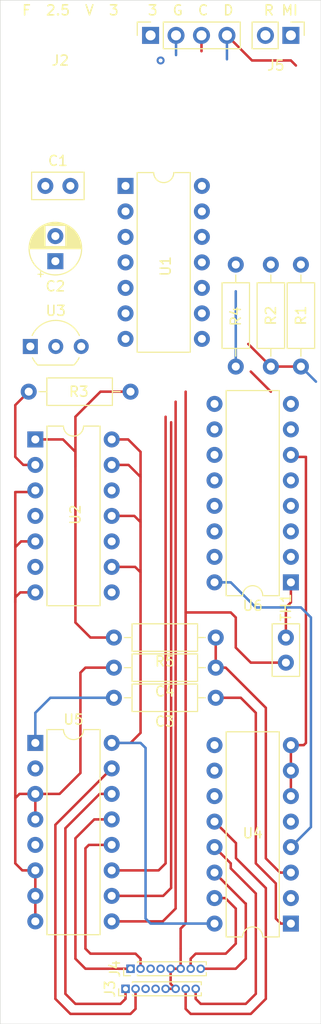
<source format=kicad_pcb>
(kicad_pcb (version 20171130) (host pcbnew 5.1.6-c6e7f7d~87~ubuntu18.04.1)

  (general
    (thickness 1.6)
    (drawings 7)
    (tracks 182)
    (zones 0)
    (modules 20)
    (nets 46)
  )

  (page A4)
  (layers
    (0 F.Cu signal)
    (31 B.Cu signal)
    (32 B.Adhes user)
    (33 F.Adhes user)
    (34 B.Paste user)
    (35 F.Paste user)
    (36 B.SilkS user)
    (37 F.SilkS user)
    (38 B.Mask user)
    (39 F.Mask user)
    (40 Dwgs.User user)
    (41 Cmts.User user)
    (42 Eco1.User user)
    (43 Eco2.User user)
    (44 Edge.Cuts user)
    (45 Margin user)
    (46 B.CrtYd user)
    (47 F.CrtYd user)
    (48 B.Fab user)
    (49 F.Fab user hide)
  )

  (setup
    (last_trace_width 0.25)
    (trace_clearance 0.2)
    (zone_clearance 0.508)
    (zone_45_only no)
    (trace_min 0.2)
    (via_size 0.8)
    (via_drill 0.4)
    (via_min_size 0.4)
    (via_min_drill 0.3)
    (uvia_size 0.3)
    (uvia_drill 0.1)
    (uvias_allowed no)
    (uvia_min_size 0.2)
    (uvia_min_drill 0.1)
    (edge_width 0.05)
    (segment_width 0.2)
    (pcb_text_width 0.3)
    (pcb_text_size 1.5 1.5)
    (mod_edge_width 0.12)
    (mod_text_size 1 1)
    (mod_text_width 0.15)
    (pad_size 1.524 1.524)
    (pad_drill 0.762)
    (pad_to_mask_clearance 0.05)
    (aux_axis_origin 0 0)
    (visible_elements FFFFFF7F)
    (pcbplotparams
      (layerselection 0x010fc_ffffffff)
      (usegerberextensions false)
      (usegerberattributes true)
      (usegerberadvancedattributes true)
      (creategerberjobfile true)
      (excludeedgelayer true)
      (linewidth 0.100000)
      (plotframeref false)
      (viasonmask false)
      (mode 1)
      (useauxorigin false)
      (hpglpennumber 1)
      (hpglpenspeed 20)
      (hpglpendiameter 15.000000)
      (psnegative false)
      (psa4output false)
      (plotreference true)
      (plotvalue true)
      (plotinvisibletext false)
      (padsonsilk false)
      (subtractmaskfromsilk false)
      (outputformat 1)
      (mirror false)
      (drillshape 1)
      (scaleselection 1)
      (outputdirectory ""))
  )

  (net 0 "")
  (net 1 +3V3)
  (net 2 CR_L)
  (net 3 CR_H)
  (net 4 M1)
  (net 5 F_OUT)
  (net 6 SDA)
  (net 7 SCL)
  (net 8 NTC_H)
  (net 9 NTC_L)
  (net 10 TR)
  (net 11 S0)
  (net 12 S1)
  (net 13 S2)
  (net 14 "Net-(U2-Pad6)")
  (net 15 "Net-(U2-Pad12)")
  (net 16 "Net-(U2-Pad4)")
  (net 17 "Net-(U2-Pad10)")
  (net 18 "Net-(U2-Pad8)")
  (net 19 "Net-(U4-Pad5)")
  (net 20 "Net-(U4-Pad2)")
  (net 21 "Net-(U5-Pad5)")
  (net 22 "Net-(U5-Pad2)")
  (net 23 "Net-(U6-Pad5)")
  (net 24 "Net-(U6-Pad4)")
  (net 25 "Net-(U6-Pad2)")
  (net 26 RESET)
  (net 27 MISO)
  (net 28 VCC)
  (net 29 A3)
  (net 30 A2)
  (net 31 C1_A1)
  (net 32 C1_A3)
  (net 33 C1_A0)
  (net 34 C1_A2)
  (net 35 C0_A2)
  (net 36 C0_A1)
  (net 37 C0_A0)
  (net 38 C0_A3)
  (net 39 NTC_A2)
  (net 40 NTC_A1)
  (net 41 NTC_A0)
  (net 42 NTC_A3)
  (net 43 M0)
  (net 44 +2V5)
  (net 45 "Net-(R3-Pad1)")

  (net_class Default "This is the default net class."
    (clearance 0.2)
    (trace_width 0.25)
    (via_dia 0.8)
    (via_drill 0.4)
    (uvia_dia 0.3)
    (uvia_drill 0.1)
    (add_net +2V5)
    (add_net +3V3)
    (add_net A2)
    (add_net A3)
    (add_net C0_A0)
    (add_net C0_A1)
    (add_net C0_A2)
    (add_net C0_A3)
    (add_net C1_A0)
    (add_net C1_A1)
    (add_net C1_A2)
    (add_net C1_A3)
    (add_net CR_H)
    (add_net CR_L)
    (add_net F_OUT)
    (add_net M0)
    (add_net M1)
    (add_net MISO)
    (add_net NTC_A0)
    (add_net NTC_A1)
    (add_net NTC_A2)
    (add_net NTC_A3)
    (add_net NTC_H)
    (add_net NTC_L)
    (add_net "Net-(R3-Pad1)")
    (add_net "Net-(U2-Pad10)")
    (add_net "Net-(U2-Pad12)")
    (add_net "Net-(U2-Pad4)")
    (add_net "Net-(U2-Pad6)")
    (add_net "Net-(U2-Pad8)")
    (add_net "Net-(U4-Pad2)")
    (add_net "Net-(U4-Pad5)")
    (add_net "Net-(U5-Pad2)")
    (add_net "Net-(U5-Pad5)")
    (add_net "Net-(U6-Pad2)")
    (add_net "Net-(U6-Pad4)")
    (add_net "Net-(U6-Pad5)")
    (add_net RESET)
    (add_net S0)
    (add_net S1)
    (add_net S2)
    (add_net SCL)
    (add_net SDA)
    (add_net TR)
    (add_net VCC)
  )

  (module Resistor_THT:R_Axial_DIN0207_L6.3mm_D2.5mm_P10.16mm_Horizontal (layer F.Cu) (tedit 5AE5139B) (tstamp 60414976)
    (at 121.5 113.5 180)
    (descr "Resistor, Axial_DIN0207 series, Axial, Horizontal, pin pitch=10.16mm, 0.25W = 1/4W, length*diameter=6.3*2.5mm^2, http://cdn-reichelt.de/documents/datenblatt/B400/1_4W%23YAG.pdf")
    (tags "Resistor Axial_DIN0207 series Axial Horizontal pin pitch 10.16mm 0.25W = 1/4W length 6.3mm diameter 2.5mm")
    (path /605B91A3)
    (fp_text reference R5 (at 5.08 -2.37) (layer F.SilkS)
      (effects (font (size 1 1) (thickness 0.15)))
    )
    (fp_text value R (at 5.08 2.37) (layer F.Fab)
      (effects (font (size 1 1) (thickness 0.15)))
    )
    (fp_text user %R (at 5.08 0) (layer F.Fab)
      (effects (font (size 1 1) (thickness 0.15)))
    )
    (fp_line (start 1.93 -1.25) (end 1.93 1.25) (layer F.Fab) (width 0.1))
    (fp_line (start 1.93 1.25) (end 8.23 1.25) (layer F.Fab) (width 0.1))
    (fp_line (start 8.23 1.25) (end 8.23 -1.25) (layer F.Fab) (width 0.1))
    (fp_line (start 8.23 -1.25) (end 1.93 -1.25) (layer F.Fab) (width 0.1))
    (fp_line (start 0 0) (end 1.93 0) (layer F.Fab) (width 0.1))
    (fp_line (start 10.16 0) (end 8.23 0) (layer F.Fab) (width 0.1))
    (fp_line (start 1.81 -1.37) (end 1.81 1.37) (layer F.SilkS) (width 0.12))
    (fp_line (start 1.81 1.37) (end 8.35 1.37) (layer F.SilkS) (width 0.12))
    (fp_line (start 8.35 1.37) (end 8.35 -1.37) (layer F.SilkS) (width 0.12))
    (fp_line (start 8.35 -1.37) (end 1.81 -1.37) (layer F.SilkS) (width 0.12))
    (fp_line (start 1.04 0) (end 1.81 0) (layer F.SilkS) (width 0.12))
    (fp_line (start 9.12 0) (end 8.35 0) (layer F.SilkS) (width 0.12))
    (fp_line (start -1.05 -1.5) (end -1.05 1.5) (layer F.CrtYd) (width 0.05))
    (fp_line (start -1.05 1.5) (end 11.21 1.5) (layer F.CrtYd) (width 0.05))
    (fp_line (start 11.21 1.5) (end 11.21 -1.5) (layer F.CrtYd) (width 0.05))
    (fp_line (start 11.21 -1.5) (end -1.05 -1.5) (layer F.CrtYd) (width 0.05))
    (pad 2 thru_hole oval (at 10.16 0 180) (size 1.6 1.6) (drill 0.8) (layers *.Cu *.Mask)
      (net 45 "Net-(R3-Pad1)"))
    (pad 1 thru_hole circle (at 0 0 180) (size 1.6 1.6) (drill 0.8) (layers *.Cu *.Mask)
      (net 4 M1))
    (model ${KISYS3DMOD}/Resistor_THT.3dshapes/R_Axial_DIN0207_L6.3mm_D2.5mm_P10.16mm_Horizontal.wrl
      (at (xyz 0 0 0))
      (scale (xyz 1 1 1))
      (rotate (xyz 0 0 0))
    )
  )

  (module Resistor_THT:R_Axial_DIN0207_L6.3mm_D2.5mm_P10.16mm_Horizontal (layer F.Cu) (tedit 5AE5139B) (tstamp 60412FDF)
    (at 121.5 116.5 180)
    (descr "Resistor, Axial_DIN0207 series, Axial, Horizontal, pin pitch=10.16mm, 0.25W = 1/4W, length*diameter=6.3*2.5mm^2, http://cdn-reichelt.de/documents/datenblatt/B400/1_4W%23YAG.pdf")
    (tags "Resistor Axial_DIN0207 series Axial Horizontal pin pitch 10.16mm 0.25W = 1/4W length 6.3mm diameter 2.5mm")
    (path /5EEC01B1)
    (fp_text reference C4 (at 5.08 -2.37) (layer F.SilkS)
      (effects (font (size 1 1) (thickness 0.15)))
    )
    (fp_text value 47pF (at 5.08 2.37) (layer F.Fab)
      (effects (font (size 1 1) (thickness 0.15)))
    )
    (fp_text user %R (at 5.08 0) (layer F.Fab)
      (effects (font (size 1 1) (thickness 0.15)))
    )
    (fp_line (start 1.93 -1.25) (end 1.93 1.25) (layer F.Fab) (width 0.1))
    (fp_line (start 1.93 1.25) (end 8.23 1.25) (layer F.Fab) (width 0.1))
    (fp_line (start 8.23 1.25) (end 8.23 -1.25) (layer F.Fab) (width 0.1))
    (fp_line (start 8.23 -1.25) (end 1.93 -1.25) (layer F.Fab) (width 0.1))
    (fp_line (start 0 0) (end 1.93 0) (layer F.Fab) (width 0.1))
    (fp_line (start 10.16 0) (end 8.23 0) (layer F.Fab) (width 0.1))
    (fp_line (start 1.81 -1.37) (end 1.81 1.37) (layer F.SilkS) (width 0.12))
    (fp_line (start 1.81 1.37) (end 8.35 1.37) (layer F.SilkS) (width 0.12))
    (fp_line (start 8.35 1.37) (end 8.35 -1.37) (layer F.SilkS) (width 0.12))
    (fp_line (start 8.35 -1.37) (end 1.81 -1.37) (layer F.SilkS) (width 0.12))
    (fp_line (start 1.04 0) (end 1.81 0) (layer F.SilkS) (width 0.12))
    (fp_line (start 9.12 0) (end 8.35 0) (layer F.SilkS) (width 0.12))
    (fp_line (start -1.05 -1.5) (end -1.05 1.5) (layer F.CrtYd) (width 0.05))
    (fp_line (start -1.05 1.5) (end 11.21 1.5) (layer F.CrtYd) (width 0.05))
    (fp_line (start 11.21 1.5) (end 11.21 -1.5) (layer F.CrtYd) (width 0.05))
    (fp_line (start 11.21 -1.5) (end -1.05 -1.5) (layer F.CrtYd) (width 0.05))
    (pad 2 thru_hole oval (at 10.16 0 180) (size 1.6 1.6) (drill 0.8) (layers *.Cu *.Mask)
      (net 43 M0))
    (pad 1 thru_hole circle (at 0 0 180) (size 1.6 1.6) (drill 0.8) (layers *.Cu *.Mask)
      (net 4 M1))
    (model ${KISYS3DMOD}/Resistor_THT.3dshapes/R_Axial_DIN0207_L6.3mm_D2.5mm_P10.16mm_Horizontal.wrl
      (at (xyz 0 0 0))
      (scale (xyz 1 1 1))
      (rotate (xyz 0 0 0))
    )
  )

  (module Resistor_THT:R_Axial_DIN0207_L6.3mm_D2.5mm_P10.16mm_Horizontal (layer F.Cu) (tedit 5AE5139B) (tstamp 60412FC8)
    (at 121.5 119.5 180)
    (descr "Resistor, Axial_DIN0207 series, Axial, Horizontal, pin pitch=10.16mm, 0.25W = 1/4W, length*diameter=6.3*2.5mm^2, http://cdn-reichelt.de/documents/datenblatt/B400/1_4W%23YAG.pdf")
    (tags "Resistor Axial_DIN0207 series Axial Horizontal pin pitch 10.16mm 0.25W = 1/4W length 6.3mm diameter 2.5mm")
    (path /5EF777BE)
    (fp_text reference C3 (at 5.08 -2.37) (layer F.SilkS)
      (effects (font (size 1 1) (thickness 0.15)))
    )
    (fp_text value C (at 5.08 2.37) (layer F.Fab)
      (effects (font (size 1 1) (thickness 0.15)))
    )
    (fp_text user %R (at 5.08 0) (layer F.Fab)
      (effects (font (size 1 1) (thickness 0.15)))
    )
    (fp_line (start 1.93 -1.25) (end 1.93 1.25) (layer F.Fab) (width 0.1))
    (fp_line (start 1.93 1.25) (end 8.23 1.25) (layer F.Fab) (width 0.1))
    (fp_line (start 8.23 1.25) (end 8.23 -1.25) (layer F.Fab) (width 0.1))
    (fp_line (start 8.23 -1.25) (end 1.93 -1.25) (layer F.Fab) (width 0.1))
    (fp_line (start 0 0) (end 1.93 0) (layer F.Fab) (width 0.1))
    (fp_line (start 10.16 0) (end 8.23 0) (layer F.Fab) (width 0.1))
    (fp_line (start 1.81 -1.37) (end 1.81 1.37) (layer F.SilkS) (width 0.12))
    (fp_line (start 1.81 1.37) (end 8.35 1.37) (layer F.SilkS) (width 0.12))
    (fp_line (start 8.35 1.37) (end 8.35 -1.37) (layer F.SilkS) (width 0.12))
    (fp_line (start 8.35 -1.37) (end 1.81 -1.37) (layer F.SilkS) (width 0.12))
    (fp_line (start 1.04 0) (end 1.81 0) (layer F.SilkS) (width 0.12))
    (fp_line (start 9.12 0) (end 8.35 0) (layer F.SilkS) (width 0.12))
    (fp_line (start -1.05 -1.5) (end -1.05 1.5) (layer F.CrtYd) (width 0.05))
    (fp_line (start -1.05 1.5) (end 11.21 1.5) (layer F.CrtYd) (width 0.05))
    (fp_line (start 11.21 1.5) (end 11.21 -1.5) (layer F.CrtYd) (width 0.05))
    (fp_line (start 11.21 -1.5) (end -1.05 -1.5) (layer F.CrtYd) (width 0.05))
    (pad 2 thru_hole oval (at 10.16 0 180) (size 1.6 1.6) (drill 0.8) (layers *.Cu *.Mask)
      (net 2 CR_L))
    (pad 1 thru_hole circle (at 0 0 180) (size 1.6 1.6) (drill 0.8) (layers *.Cu *.Mask)
      (net 3 CR_H))
    (model ${KISYS3DMOD}/Resistor_THT.3dshapes/R_Axial_DIN0207_L6.3mm_D2.5mm_P10.16mm_Horizontal.wrl
      (at (xyz 0 0 0))
      (scale (xyz 1 1 1))
      (rotate (xyz 0 0 0))
    )
  )

  (module Connector_PinHeader_1.00mm:PinHeader_1x08_P1.00mm_Vertical (layer F.Cu) (tedit 59FED738) (tstamp 6041085D)
    (at 113 146.5 90)
    (descr "Through hole straight pin header, 1x08, 1.00mm pitch, single row")
    (tags "Through hole pin header THT 1x08 1.00mm single row")
    (path /6044449B)
    (fp_text reference J4 (at 0 -1.56 90) (layer F.SilkS)
      (effects (font (size 1 1) (thickness 0.15)))
    )
    (fp_text value Conn_01x08_Female (at 0 8.56 90) (layer F.Fab)
      (effects (font (size 1 1) (thickness 0.15)))
    )
    (fp_text user %R (at 0 3.5) (layer F.Fab)
      (effects (font (size 0.76 0.76) (thickness 0.114)))
    )
    (fp_line (start -0.3175 -0.5) (end 0.635 -0.5) (layer F.Fab) (width 0.1))
    (fp_line (start 0.635 -0.5) (end 0.635 7.5) (layer F.Fab) (width 0.1))
    (fp_line (start 0.635 7.5) (end -0.635 7.5) (layer F.Fab) (width 0.1))
    (fp_line (start -0.635 7.5) (end -0.635 -0.1825) (layer F.Fab) (width 0.1))
    (fp_line (start -0.635 -0.1825) (end -0.3175 -0.5) (layer F.Fab) (width 0.1))
    (fp_line (start -0.695 7.56) (end -0.394493 7.56) (layer F.SilkS) (width 0.12))
    (fp_line (start 0.394493 7.56) (end 0.695 7.56) (layer F.SilkS) (width 0.12))
    (fp_line (start -0.695 0.685) (end -0.695 7.56) (layer F.SilkS) (width 0.12))
    (fp_line (start 0.695 0.685) (end 0.695 7.56) (layer F.SilkS) (width 0.12))
    (fp_line (start -0.695 0.685) (end -0.608276 0.685) (layer F.SilkS) (width 0.12))
    (fp_line (start 0.608276 0.685) (end 0.695 0.685) (layer F.SilkS) (width 0.12))
    (fp_line (start -0.695 0) (end -0.695 -0.685) (layer F.SilkS) (width 0.12))
    (fp_line (start -0.695 -0.685) (end 0 -0.685) (layer F.SilkS) (width 0.12))
    (fp_line (start -1.15 -1) (end -1.15 8) (layer F.CrtYd) (width 0.05))
    (fp_line (start -1.15 8) (end 1.15 8) (layer F.CrtYd) (width 0.05))
    (fp_line (start 1.15 8) (end 1.15 -1) (layer F.CrtYd) (width 0.05))
    (fp_line (start 1.15 -1) (end -1.15 -1) (layer F.CrtYd) (width 0.05))
    (pad 8 thru_hole oval (at 0 7 90) (size 0.85 0.85) (drill 0.5) (layers *.Cu *.Mask)
      (net 31 C1_A1))
    (pad 7 thru_hole oval (at 0 6 90) (size 0.85 0.85) (drill 0.5) (layers *.Cu *.Mask)
      (net 34 C1_A2))
    (pad 6 thru_hole oval (at 0 5 90) (size 0.85 0.85) (drill 0.5) (layers *.Cu *.Mask)
      (net 8 NTC_H))
    (pad 5 thru_hole oval (at 0 4 90) (size 0.85 0.85) (drill 0.5) (layers *.Cu *.Mask)
      (net 8 NTC_H))
    (pad 4 thru_hole oval (at 0 3 90) (size 0.85 0.85) (drill 0.5) (layers *.Cu *.Mask)
      (net 40 NTC_A1))
    (pad 3 thru_hole oval (at 0 2 90) (size 0.85 0.85) (drill 0.5) (layers *.Cu *.Mask)
      (net 39 NTC_A2))
    (pad 2 thru_hole oval (at 0 1 90) (size 0.85 0.85) (drill 0.5) (layers *.Cu *.Mask)
      (net 38 C0_A3))
    (pad 1 thru_hole rect (at 0 0 90) (size 0.85 0.85) (drill 0.5) (layers *.Cu *.Mask)
      (net 37 C0_A0))
    (model ${KISYS3DMOD}/Connector_PinHeader_1.00mm.3dshapes/PinHeader_1x08_P1.00mm_Vertical.wrl
      (at (xyz 0 0 0))
      (scale (xyz 1 1 1))
      (rotate (xyz 0 0 0))
    )
  )

  (module Connector_PinHeader_1.00mm:PinHeader_1x08_P1.00mm_Vertical (layer F.Cu) (tedit 59FED738) (tstamp 6041083F)
    (at 112.5 148.5 90)
    (descr "Through hole straight pin header, 1x08, 1.00mm pitch, single row")
    (tags "Through hole pin header THT 1x08 1.00mm single row")
    (path /60445292)
    (fp_text reference J3 (at 0 -1.56 90) (layer F.SilkS)
      (effects (font (size 1 1) (thickness 0.15)))
    )
    (fp_text value Conn_01x08_Female (at 0 8.56 90) (layer F.Fab)
      (effects (font (size 1 1) (thickness 0.15)))
    )
    (fp_text user %R (at 0 3.5) (layer F.Fab)
      (effects (font (size 0.76 0.76) (thickness 0.114)))
    )
    (fp_line (start -0.3175 -0.5) (end 0.635 -0.5) (layer F.Fab) (width 0.1))
    (fp_line (start 0.635 -0.5) (end 0.635 7.5) (layer F.Fab) (width 0.1))
    (fp_line (start 0.635 7.5) (end -0.635 7.5) (layer F.Fab) (width 0.1))
    (fp_line (start -0.635 7.5) (end -0.635 -0.1825) (layer F.Fab) (width 0.1))
    (fp_line (start -0.635 -0.1825) (end -0.3175 -0.5) (layer F.Fab) (width 0.1))
    (fp_line (start -0.695 7.56) (end -0.394493 7.56) (layer F.SilkS) (width 0.12))
    (fp_line (start 0.394493 7.56) (end 0.695 7.56) (layer F.SilkS) (width 0.12))
    (fp_line (start -0.695 0.685) (end -0.695 7.56) (layer F.SilkS) (width 0.12))
    (fp_line (start 0.695 0.685) (end 0.695 7.56) (layer F.SilkS) (width 0.12))
    (fp_line (start -0.695 0.685) (end -0.608276 0.685) (layer F.SilkS) (width 0.12))
    (fp_line (start 0.608276 0.685) (end 0.695 0.685) (layer F.SilkS) (width 0.12))
    (fp_line (start -0.695 0) (end -0.695 -0.685) (layer F.SilkS) (width 0.12))
    (fp_line (start -0.695 -0.685) (end 0 -0.685) (layer F.SilkS) (width 0.12))
    (fp_line (start -1.15 -1) (end -1.15 8) (layer F.CrtYd) (width 0.05))
    (fp_line (start -1.15 8) (end 1.15 8) (layer F.CrtYd) (width 0.05))
    (fp_line (start 1.15 8) (end 1.15 -1) (layer F.CrtYd) (width 0.05))
    (fp_line (start 1.15 -1) (end -1.15 -1) (layer F.CrtYd) (width 0.05))
    (pad 8 thru_hole oval (at 0 7 90) (size 0.85 0.85) (drill 0.5) (layers *.Cu *.Mask)
      (net 33 C1_A0))
    (pad 7 thru_hole oval (at 0 6 90) (size 0.85 0.85) (drill 0.5) (layers *.Cu *.Mask)
      (net 32 C1_A3))
    (pad 6 thru_hole oval (at 0 5 90) (size 0.85 0.85) (drill 0.5) (layers *.Cu *.Mask)
      (net 8 NTC_H))
    (pad 5 thru_hole oval (at 0 4 90) (size 0.85 0.85) (drill 0.5) (layers *.Cu *.Mask)
      (net 8 NTC_H))
    (pad 4 thru_hole oval (at 0 3 90) (size 0.85 0.85) (drill 0.5) (layers *.Cu *.Mask)
      (net 41 NTC_A0))
    (pad 3 thru_hole oval (at 0 2 90) (size 0.85 0.85) (drill 0.5) (layers *.Cu *.Mask)
      (net 42 NTC_A3))
    (pad 2 thru_hole oval (at 0 1 90) (size 0.85 0.85) (drill 0.5) (layers *.Cu *.Mask)
      (net 35 C0_A2))
    (pad 1 thru_hole rect (at 0 0 90) (size 0.85 0.85) (drill 0.5) (layers *.Cu *.Mask)
      (net 36 C0_A1))
    (model ${KISYS3DMOD}/Connector_PinHeader_1.00mm.3dshapes/PinHeader_1x08_P1.00mm_Vertical.wrl
      (at (xyz 0 0 0))
      (scale (xyz 1 1 1))
      (rotate (xyz 0 0 0))
    )
  )

  (module Capacitor_THT:C_Disc_D5.0mm_W2.5mm_P2.50mm (layer F.Cu) (tedit 5AE50EF0) (tstamp 60410699)
    (at 104.5 68.5)
    (descr "C, Disc series, Radial, pin pitch=2.50mm, , diameter*width=5*2.5mm^2, Capacitor, http://cdn-reichelt.de/documents/datenblatt/B300/DS_KERKO_TC.pdf")
    (tags "C Disc series Radial pin pitch 2.50mm  diameter 5mm width 2.5mm Capacitor")
    (path /5E9F21A9)
    (fp_text reference C1 (at 1.25 -2.5) (layer F.SilkS)
      (effects (font (size 1 1) (thickness 0.15)))
    )
    (fp_text value 100nF (at 1.25 2.5) (layer F.Fab)
      (effects (font (size 1 1) (thickness 0.15)))
    )
    (fp_text user %R (at 1.25 0) (layer F.Fab)
      (effects (font (size 1 1) (thickness 0.15)))
    )
    (fp_line (start -1.25 -1.25) (end -1.25 1.25) (layer F.Fab) (width 0.1))
    (fp_line (start -1.25 1.25) (end 3.75 1.25) (layer F.Fab) (width 0.1))
    (fp_line (start 3.75 1.25) (end 3.75 -1.25) (layer F.Fab) (width 0.1))
    (fp_line (start 3.75 -1.25) (end -1.25 -1.25) (layer F.Fab) (width 0.1))
    (fp_line (start -1.37 -1.37) (end 3.87 -1.37) (layer F.SilkS) (width 0.12))
    (fp_line (start -1.37 1.37) (end 3.87 1.37) (layer F.SilkS) (width 0.12))
    (fp_line (start -1.37 -1.37) (end -1.37 1.37) (layer F.SilkS) (width 0.12))
    (fp_line (start 3.87 -1.37) (end 3.87 1.37) (layer F.SilkS) (width 0.12))
    (fp_line (start -1.5 -1.5) (end -1.5 1.5) (layer F.CrtYd) (width 0.05))
    (fp_line (start -1.5 1.5) (end 4 1.5) (layer F.CrtYd) (width 0.05))
    (fp_line (start 4 1.5) (end 4 -1.5) (layer F.CrtYd) (width 0.05))
    (fp_line (start 4 -1.5) (end -1.5 -1.5) (layer F.CrtYd) (width 0.05))
    (pad 2 thru_hole circle (at 2.5 0) (size 1.6 1.6) (drill 0.8) (layers *.Cu *.Mask)
      (net 43 M0))
    (pad 1 thru_hole circle (at 0 0) (size 1.6 1.6) (drill 0.8) (layers *.Cu *.Mask)
      (net 44 +2V5))
    (model ${KISYS3DMOD}/Capacitor_THT.3dshapes/C_Disc_D5.0mm_W2.5mm_P2.50mm.wrl
      (at (xyz 0 0 0))
      (scale (xyz 1 1 1))
      (rotate (xyz 0 0 0))
    )
  )

  (module Package_TO_SOT_THT:TO-92_Inline_Wide (layer F.Cu) (tedit 5A02FF81) (tstamp 5EEBF0E9)
    (at 103 84.5)
    (descr "TO-92 leads in-line, wide, drill 0.75mm (see NXP sot054_po.pdf)")
    (tags "to-92 sc-43 sc-43a sot54 PA33 transistor")
    (path /5EECDB80)
    (fp_text reference U3 (at 2.54 -3.56) (layer F.SilkS)
      (effects (font (size 1 1) (thickness 0.15)))
    )
    (fp_text value MCP1700-2502E_TO92 (at 2.54 2.79) (layer F.Fab)
      (effects (font (size 1 1) (thickness 0.15)))
    )
    (fp_line (start 0.74 1.85) (end 4.34 1.85) (layer F.SilkS) (width 0.12))
    (fp_line (start 0.8 1.75) (end 4.3 1.75) (layer F.Fab) (width 0.1))
    (fp_line (start -1.01 -2.73) (end 6.09 -2.73) (layer F.CrtYd) (width 0.05))
    (fp_line (start -1.01 -2.73) (end -1.01 2.01) (layer F.CrtYd) (width 0.05))
    (fp_line (start 6.09 2.01) (end 6.09 -2.73) (layer F.CrtYd) (width 0.05))
    (fp_line (start 6.09 2.01) (end -1.01 2.01) (layer F.CrtYd) (width 0.05))
    (fp_arc (start 2.54 0) (end 4.34 1.85) (angle -20) (layer F.SilkS) (width 0.12))
    (fp_arc (start 2.54 0) (end 2.54 -2.48) (angle -135) (layer F.Fab) (width 0.1))
    (fp_arc (start 2.54 0) (end 2.54 -2.48) (angle 135) (layer F.Fab) (width 0.1))
    (fp_arc (start 2.54 0) (end 2.54 -2.6) (angle 65) (layer F.SilkS) (width 0.12))
    (fp_arc (start 2.54 0) (end 2.54 -2.6) (angle -65) (layer F.SilkS) (width 0.12))
    (fp_arc (start 2.54 0) (end 0.74 1.85) (angle 20) (layer F.SilkS) (width 0.12))
    (fp_text user %R (at 2.54 -3.56) (layer F.Fab)
      (effects (font (size 1 1) (thickness 0.15)))
    )
    (pad 1 thru_hole rect (at 0 0 90) (size 1.5 1.5) (drill 0.8) (layers *.Cu *.Mask)
      (net 43 M0))
    (pad 3 thru_hole circle (at 5.08 0 90) (size 1.5 1.5) (drill 0.8) (layers *.Cu *.Mask)
      (net 44 +2V5))
    (pad 2 thru_hole circle (at 2.54 0 90) (size 1.5 1.5) (drill 0.8) (layers *.Cu *.Mask)
      (net 1 +3V3))
    (model ${KISYS3DMOD}/Package_TO_SOT_THT.3dshapes/TO-92_Inline_Wide.wrl
      (at (xyz 0 0 0))
      (scale (xyz 1 1 1))
      (rotate (xyz 0 0 0))
    )
  )

  (module Package_DIP:DIP-14_W7.62mm (layer F.Cu) (tedit 5A02E8C5) (tstamp 5FABACB8)
    (at 103.5 93.76)
    (descr "14-lead though-hole mounted DIP package, row spacing 7.62 mm (300 mils)")
    (tags "THT DIP DIL PDIP 2.54mm 7.62mm 300mil")
    (path /5EEFFE76)
    (fp_text reference U2 (at 4 7.5 -90) (layer F.SilkS)
      (effects (font (size 1 1) (thickness 0.15)))
    )
    (fp_text value 74HC14 (at 3.81 17.57) (layer F.Fab)
      (effects (font (size 1 1) (thickness 0.15)))
    )
    (fp_line (start 8.7 -1.55) (end -1.1 -1.55) (layer F.CrtYd) (width 0.05))
    (fp_line (start 8.7 16.8) (end 8.7 -1.55) (layer F.CrtYd) (width 0.05))
    (fp_line (start -1.1 16.8) (end 8.7 16.8) (layer F.CrtYd) (width 0.05))
    (fp_line (start -1.1 -1.55) (end -1.1 16.8) (layer F.CrtYd) (width 0.05))
    (fp_line (start 6.46 -1.33) (end 4.81 -1.33) (layer F.SilkS) (width 0.12))
    (fp_line (start 6.46 16.57) (end 6.46 -1.33) (layer F.SilkS) (width 0.12))
    (fp_line (start 1.16 16.57) (end 6.46 16.57) (layer F.SilkS) (width 0.12))
    (fp_line (start 1.16 -1.33) (end 1.16 16.57) (layer F.SilkS) (width 0.12))
    (fp_line (start 2.81 -1.33) (end 1.16 -1.33) (layer F.SilkS) (width 0.12))
    (fp_line (start 0.635 -0.27) (end 1.635 -1.27) (layer F.Fab) (width 0.1))
    (fp_line (start 0.635 16.51) (end 0.635 -0.27) (layer F.Fab) (width 0.1))
    (fp_line (start 6.985 16.51) (end 0.635 16.51) (layer F.Fab) (width 0.1))
    (fp_line (start 6.985 -1.27) (end 6.985 16.51) (layer F.Fab) (width 0.1))
    (fp_line (start 1.635 -1.27) (end 6.985 -1.27) (layer F.Fab) (width 0.1))
    (fp_text user %R (at 3.81 7.62) (layer F.Fab)
      (effects (font (size 1 1) (thickness 0.15)))
    )
    (fp_arc (start 3.81 -1.33) (end 2.81 -1.33) (angle -180) (layer F.SilkS) (width 0.12))
    (pad 14 thru_hole oval (at 7.62 0) (size 1.6 1.6) (drill 0.8) (layers *.Cu *.Mask)
      (net 44 +2V5))
    (pad 7 thru_hole oval (at 0 15.24) (size 1.6 1.6) (drill 0.8) (layers *.Cu *.Mask)
      (net 43 M0))
    (pad 13 thru_hole oval (at 7.62 2.54) (size 1.6 1.6) (drill 0.8) (layers *.Cu *.Mask)
      (net 44 +2V5))
    (pad 6 thru_hole oval (at 0 12.7) (size 1.6 1.6) (drill 0.8) (layers *.Cu *.Mask)
      (net 14 "Net-(U2-Pad6)"))
    (pad 12 thru_hole oval (at 7.62 5.08) (size 1.6 1.6) (drill 0.8) (layers *.Cu *.Mask)
      (net 15 "Net-(U2-Pad12)"))
    (pad 5 thru_hole oval (at 0 10.16) (size 1.6 1.6) (drill 0.8) (layers *.Cu *.Mask)
      (net 43 M0))
    (pad 11 thru_hole oval (at 7.62 7.62) (size 1.6 1.6) (drill 0.8) (layers *.Cu *.Mask)
      (net 44 +2V5))
    (pad 4 thru_hole oval (at 0 7.62) (size 1.6 1.6) (drill 0.8) (layers *.Cu *.Mask)
      (net 16 "Net-(U2-Pad4)"))
    (pad 10 thru_hole oval (at 7.62 10.16) (size 1.6 1.6) (drill 0.8) (layers *.Cu *.Mask)
      (net 17 "Net-(U2-Pad10)"))
    (pad 3 thru_hole oval (at 0 5.08) (size 1.6 1.6) (drill 0.8) (layers *.Cu *.Mask)
      (net 43 M0))
    (pad 9 thru_hole oval (at 7.62 12.7) (size 1.6 1.6) (drill 0.8) (layers *.Cu *.Mask)
      (net 44 +2V5))
    (pad 2 thru_hole oval (at 0 2.54) (size 1.6 1.6) (drill 0.8) (layers *.Cu *.Mask)
      (net 5 F_OUT))
    (pad 8 thru_hole oval (at 7.62 15.24) (size 1.6 1.6) (drill 0.8) (layers *.Cu *.Mask)
      (net 18 "Net-(U2-Pad8)"))
    (pad 1 thru_hole rect (at 0 0) (size 1.6 1.6) (drill 0.8) (layers *.Cu *.Mask)
      (net 45 "Net-(R3-Pad1)"))
    (model ${KISYS3DMOD}/Package_DIP.3dshapes/DIP-14_W7.62mm.wrl
      (at (xyz 0 0 0))
      (scale (xyz 1 1 1))
      (rotate (xyz 0 0 0))
    )
  )

  (module Package_DIP:DIP-16_W7.62mm (layer F.Cu) (tedit 5A02E8C5) (tstamp 5FABA0B0)
    (at 129 142 180)
    (descr "16-lead though-hole mounted DIP package, row spacing 7.62 mm (300 mils)")
    (tags "THT DIP DIL PDIP 2.54mm 7.62mm 300mil")
    (path /5EED1058)
    (fp_text reference U4 (at 3.81 9) (layer F.SilkS)
      (effects (font (size 1 1) (thickness 0.15)))
    )
    (fp_text value 74HC4051 (at 3.81 20.11) (layer F.Fab)
      (effects (font (size 1 1) (thickness 0.15)))
    )
    (fp_line (start 8.7 -1.55) (end -1.1 -1.55) (layer F.CrtYd) (width 0.05))
    (fp_line (start 8.7 19.3) (end 8.7 -1.55) (layer F.CrtYd) (width 0.05))
    (fp_line (start -1.1 19.3) (end 8.7 19.3) (layer F.CrtYd) (width 0.05))
    (fp_line (start -1.1 -1.55) (end -1.1 19.3) (layer F.CrtYd) (width 0.05))
    (fp_line (start 6.46 -1.33) (end 4.81 -1.33) (layer F.SilkS) (width 0.12))
    (fp_line (start 6.46 19.11) (end 6.46 -1.33) (layer F.SilkS) (width 0.12))
    (fp_line (start 1.16 19.11) (end 6.46 19.11) (layer F.SilkS) (width 0.12))
    (fp_line (start 1.16 -1.33) (end 1.16 19.11) (layer F.SilkS) (width 0.12))
    (fp_line (start 2.81 -1.33) (end 1.16 -1.33) (layer F.SilkS) (width 0.12))
    (fp_line (start 0.635 -0.27) (end 1.635 -1.27) (layer F.Fab) (width 0.1))
    (fp_line (start 0.635 19.05) (end 0.635 -0.27) (layer F.Fab) (width 0.1))
    (fp_line (start 6.985 19.05) (end 0.635 19.05) (layer F.Fab) (width 0.1))
    (fp_line (start 6.985 -1.27) (end 6.985 19.05) (layer F.Fab) (width 0.1))
    (fp_line (start 1.635 -1.27) (end 6.985 -1.27) (layer F.Fab) (width 0.1))
    (fp_text user %R (at 3.81 8.89) (layer F.Fab)
      (effects (font (size 1 1) (thickness 0.15)))
    )
    (fp_arc (start 3.81 -1.33) (end 2.81 -1.33) (angle -180) (layer F.SilkS) (width 0.12))
    (pad 16 thru_hole oval (at 7.62 0 180) (size 1.6 1.6) (drill 0.8) (layers *.Cu *.Mask)
      (net 44 +2V5))
    (pad 8 thru_hole oval (at 0 17.78 180) (size 1.6 1.6) (drill 0.8) (layers *.Cu *.Mask)
      (net 43 M0))
    (pad 15 thru_hole oval (at 7.62 2.54 180) (size 1.6 1.6) (drill 0.8) (layers *.Cu *.Mask)
      (net 34 C1_A2))
    (pad 7 thru_hole oval (at 0 15.24 180) (size 1.6 1.6) (drill 0.8) (layers *.Cu *.Mask)
      (net 43 M0))
    (pad 14 thru_hole oval (at 7.62 5.08 180) (size 1.6 1.6) (drill 0.8) (layers *.Cu *.Mask)
      (net 31 C1_A1))
    (pad 6 thru_hole oval (at 0 12.7 180) (size 1.6 1.6) (drill 0.8) (layers *.Cu *.Mask)
      (net 43 M0))
    (pad 13 thru_hole oval (at 7.62 7.62 180) (size 1.6 1.6) (drill 0.8) (layers *.Cu *.Mask)
      (net 33 C1_A0))
    (pad 5 thru_hole oval (at 0 10.16 180) (size 1.6 1.6) (drill 0.8) (layers *.Cu *.Mask)
      (net 19 "Net-(U4-Pad5)"))
    (pad 12 thru_hole oval (at 7.62 10.16 180) (size 1.6 1.6) (drill 0.8) (layers *.Cu *.Mask)
      (net 32 C1_A3))
    (pad 4 thru_hole oval (at 0 7.62 180) (size 1.6 1.6) (drill 0.8) (layers *.Cu *.Mask)
      (net 44 +2V5))
    (pad 11 thru_hole oval (at 7.62 12.7 180) (size 1.6 1.6) (drill 0.8) (layers *.Cu *.Mask)
      (net 11 S0))
    (pad 3 thru_hole oval (at 0 5.08 180) (size 1.6 1.6) (drill 0.8) (layers *.Cu *.Mask)
      (net 4 M1))
    (pad 10 thru_hole oval (at 7.62 15.24 180) (size 1.6 1.6) (drill 0.8) (layers *.Cu *.Mask)
      (net 12 S1))
    (pad 2 thru_hole oval (at 0 2.54 180) (size 1.6 1.6) (drill 0.8) (layers *.Cu *.Mask)
      (net 20 "Net-(U4-Pad2)"))
    (pad 9 thru_hole oval (at 7.62 17.78 180) (size 1.6 1.6) (drill 0.8) (layers *.Cu *.Mask)
      (net 13 S2))
    (pad 1 thru_hole rect (at 0 0 180) (size 1.6 1.6) (drill 0.8) (layers *.Cu *.Mask)
      (net 3 CR_H))
    (model ${KISYS3DMOD}/Package_DIP.3dshapes/DIP-16_W7.62mm.wrl
      (at (xyz 0 0 0))
      (scale (xyz 1 1 1))
      (rotate (xyz 0 0 0))
    )
  )

  (module Package_DIP:DIP-16_W7.62mm (layer F.Cu) (tedit 5A02E8C5) (tstamp 5FAB958D)
    (at 103.5 124)
    (descr "16-lead though-hole mounted DIP package, row spacing 7.62 mm (300 mils)")
    (tags "THT DIP DIL PDIP 2.54mm 7.62mm 300mil")
    (path /5EED14DE)
    (fp_text reference U5 (at 3.81 -2.33) (layer F.SilkS)
      (effects (font (size 1 1) (thickness 0.15)))
    )
    (fp_text value 74HC4051 (at 3.81 20.11) (layer F.Fab)
      (effects (font (size 1 1) (thickness 0.15)))
    )
    (fp_line (start 8.7 -1.55) (end -1.1 -1.55) (layer F.CrtYd) (width 0.05))
    (fp_line (start 8.7 19.3) (end 8.7 -1.55) (layer F.CrtYd) (width 0.05))
    (fp_line (start -1.1 19.3) (end 8.7 19.3) (layer F.CrtYd) (width 0.05))
    (fp_line (start -1.1 -1.55) (end -1.1 19.3) (layer F.CrtYd) (width 0.05))
    (fp_line (start 6.46 -1.33) (end 4.81 -1.33) (layer F.SilkS) (width 0.12))
    (fp_line (start 6.46 19.11) (end 6.46 -1.33) (layer F.SilkS) (width 0.12))
    (fp_line (start 1.16 19.11) (end 6.46 19.11) (layer F.SilkS) (width 0.12))
    (fp_line (start 1.16 -1.33) (end 1.16 19.11) (layer F.SilkS) (width 0.12))
    (fp_line (start 2.81 -1.33) (end 1.16 -1.33) (layer F.SilkS) (width 0.12))
    (fp_line (start 0.635 -0.27) (end 1.635 -1.27) (layer F.Fab) (width 0.1))
    (fp_line (start 0.635 19.05) (end 0.635 -0.27) (layer F.Fab) (width 0.1))
    (fp_line (start 6.985 19.05) (end 0.635 19.05) (layer F.Fab) (width 0.1))
    (fp_line (start 6.985 -1.27) (end 6.985 19.05) (layer F.Fab) (width 0.1))
    (fp_line (start 1.635 -1.27) (end 6.985 -1.27) (layer F.Fab) (width 0.1))
    (fp_text user %R (at 3.81 8.89) (layer F.Fab)
      (effects (font (size 1 1) (thickness 0.15)))
    )
    (fp_arc (start 3.81 -1.33) (end 2.81 -1.33) (angle -180) (layer F.SilkS) (width 0.12))
    (pad 16 thru_hole oval (at 7.62 0) (size 1.6 1.6) (drill 0.8) (layers *.Cu *.Mask)
      (net 44 +2V5))
    (pad 8 thru_hole oval (at 0 17.78) (size 1.6 1.6) (drill 0.8) (layers *.Cu *.Mask)
      (net 43 M0))
    (pad 15 thru_hole oval (at 7.62 2.54) (size 1.6 1.6) (drill 0.8) (layers *.Cu *.Mask)
      (net 35 C0_A2))
    (pad 7 thru_hole oval (at 0 15.24) (size 1.6 1.6) (drill 0.8) (layers *.Cu *.Mask)
      (net 43 M0))
    (pad 14 thru_hole oval (at 7.62 5.08) (size 1.6 1.6) (drill 0.8) (layers *.Cu *.Mask)
      (net 36 C0_A1))
    (pad 6 thru_hole oval (at 0 12.7) (size 1.6 1.6) (drill 0.8) (layers *.Cu *.Mask)
      (net 43 M0))
    (pad 13 thru_hole oval (at 7.62 7.62) (size 1.6 1.6) (drill 0.8) (layers *.Cu *.Mask)
      (net 37 C0_A0))
    (pad 5 thru_hole oval (at 0 10.16) (size 1.6 1.6) (drill 0.8) (layers *.Cu *.Mask)
      (net 21 "Net-(U5-Pad5)"))
    (pad 12 thru_hole oval (at 7.62 10.16) (size 1.6 1.6) (drill 0.8) (layers *.Cu *.Mask)
      (net 38 C0_A3))
    (pad 4 thru_hole oval (at 0 7.62) (size 1.6 1.6) (drill 0.8) (layers *.Cu *.Mask)
      (net 43 M0))
    (pad 11 thru_hole oval (at 7.62 12.7) (size 1.6 1.6) (drill 0.8) (layers *.Cu *.Mask)
      (net 11 S0))
    (pad 3 thru_hole oval (at 0 5.08) (size 1.6 1.6) (drill 0.8) (layers *.Cu *.Mask)
      (net 43 M0))
    (pad 10 thru_hole oval (at 7.62 15.24) (size 1.6 1.6) (drill 0.8) (layers *.Cu *.Mask)
      (net 12 S1))
    (pad 2 thru_hole oval (at 0 2.54) (size 1.6 1.6) (drill 0.8) (layers *.Cu *.Mask)
      (net 22 "Net-(U5-Pad2)"))
    (pad 9 thru_hole oval (at 7.62 17.78) (size 1.6 1.6) (drill 0.8) (layers *.Cu *.Mask)
      (net 13 S2))
    (pad 1 thru_hole rect (at 0 0) (size 1.6 1.6) (drill 0.8) (layers *.Cu *.Mask)
      (net 2 CR_L))
    (model ${KISYS3DMOD}/Package_DIP.3dshapes/DIP-16_W7.62mm.wrl
      (at (xyz 0 0 0))
      (scale (xyz 1 1 1))
      (rotate (xyz 0 0 0))
    )
  )

  (module Package_DIP:DIP-16_W7.62mm (layer F.Cu) (tedit 5A02E8C5) (tstamp 5FAB8923)
    (at 129 108 180)
    (descr "16-lead though-hole mounted DIP package, row spacing 7.62 mm (300 mils)")
    (tags "THT DIP DIL PDIP 2.54mm 7.62mm 300mil")
    (path /5F032EE0)
    (fp_text reference U6 (at 3.81 -2.33) (layer F.SilkS)
      (effects (font (size 1 1) (thickness 0.15)))
    )
    (fp_text value 74HC4051 (at 3.81 20.11) (layer F.Fab)
      (effects (font (size 1 1) (thickness 0.15)))
    )
    (fp_line (start 8.7 -1.55) (end -1.1 -1.55) (layer F.CrtYd) (width 0.05))
    (fp_line (start 8.7 19.3) (end 8.7 -1.55) (layer F.CrtYd) (width 0.05))
    (fp_line (start -1.1 19.3) (end 8.7 19.3) (layer F.CrtYd) (width 0.05))
    (fp_line (start -1.1 -1.55) (end -1.1 19.3) (layer F.CrtYd) (width 0.05))
    (fp_line (start 6.46 -1.33) (end 4.81 -1.33) (layer F.SilkS) (width 0.12))
    (fp_line (start 6.46 19.11) (end 6.46 -1.33) (layer F.SilkS) (width 0.12))
    (fp_line (start 1.16 19.11) (end 6.46 19.11) (layer F.SilkS) (width 0.12))
    (fp_line (start 1.16 -1.33) (end 1.16 19.11) (layer F.SilkS) (width 0.12))
    (fp_line (start 2.81 -1.33) (end 1.16 -1.33) (layer F.SilkS) (width 0.12))
    (fp_line (start 0.635 -0.27) (end 1.635 -1.27) (layer F.Fab) (width 0.1))
    (fp_line (start 0.635 19.05) (end 0.635 -0.27) (layer F.Fab) (width 0.1))
    (fp_line (start 6.985 19.05) (end 0.635 19.05) (layer F.Fab) (width 0.1))
    (fp_line (start 6.985 -1.27) (end 6.985 19.05) (layer F.Fab) (width 0.1))
    (fp_line (start 1.635 -1.27) (end 6.985 -1.27) (layer F.Fab) (width 0.1))
    (fp_text user %R (at 3.81 8.89) (layer F.Fab)
      (effects (font (size 1 1) (thickness 0.15)))
    )
    (fp_arc (start 3.81 -1.33) (end 2.81 -1.33) (angle -180) (layer F.SilkS) (width 0.12))
    (pad 16 thru_hole oval (at 7.62 0 180) (size 1.6 1.6) (drill 0.8) (layers *.Cu *.Mask)
      (net 44 +2V5))
    (pad 8 thru_hole oval (at 0 17.78 180) (size 1.6 1.6) (drill 0.8) (layers *.Cu *.Mask)
      (net 43 M0))
    (pad 15 thru_hole oval (at 7.62 2.54 180) (size 1.6 1.6) (drill 0.8) (layers *.Cu *.Mask)
      (net 39 NTC_A2))
    (pad 7 thru_hole oval (at 0 15.24 180) (size 1.6 1.6) (drill 0.8) (layers *.Cu *.Mask)
      (net 43 M0))
    (pad 14 thru_hole oval (at 7.62 5.08 180) (size 1.6 1.6) (drill 0.8) (layers *.Cu *.Mask)
      (net 40 NTC_A1))
    (pad 6 thru_hole oval (at 0 12.7 180) (size 1.6 1.6) (drill 0.8) (layers *.Cu *.Mask)
      (net 43 M0))
    (pad 13 thru_hole oval (at 7.62 7.62 180) (size 1.6 1.6) (drill 0.8) (layers *.Cu *.Mask)
      (net 41 NTC_A0))
    (pad 5 thru_hole oval (at 0 10.16 180) (size 1.6 1.6) (drill 0.8) (layers *.Cu *.Mask)
      (net 23 "Net-(U6-Pad5)"))
    (pad 12 thru_hole oval (at 7.62 10.16 180) (size 1.6 1.6) (drill 0.8) (layers *.Cu *.Mask)
      (net 42 NTC_A3))
    (pad 4 thru_hole oval (at 0 7.62 180) (size 1.6 1.6) (drill 0.8) (layers *.Cu *.Mask)
      (net 24 "Net-(U6-Pad4)"))
    (pad 11 thru_hole oval (at 7.62 12.7 180) (size 1.6 1.6) (drill 0.8) (layers *.Cu *.Mask)
      (net 11 S0))
    (pad 3 thru_hole oval (at 0 5.08 180) (size 1.6 1.6) (drill 0.8) (layers *.Cu *.Mask)
      (net 30 A2))
    (pad 10 thru_hole oval (at 7.62 15.24 180) (size 1.6 1.6) (drill 0.8) (layers *.Cu *.Mask)
      (net 12 S1))
    (pad 2 thru_hole oval (at 0 2.54 180) (size 1.6 1.6) (drill 0.8) (layers *.Cu *.Mask)
      (net 25 "Net-(U6-Pad2)"))
    (pad 9 thru_hole oval (at 7.62 17.78 180) (size 1.6 1.6) (drill 0.8) (layers *.Cu *.Mask)
      (net 13 S2))
    (pad 1 thru_hole rect (at 0 0 180) (size 1.6 1.6) (drill 0.8) (layers *.Cu *.Mask)
      (net 10 TR))
    (model ${KISYS3DMOD}/Package_DIP.3dshapes/DIP-16_W7.62mm.wrl
      (at (xyz 0 0 0))
      (scale (xyz 1 1 1))
      (rotate (xyz 0 0 0))
    )
  )

  (module Resistor_THT:R_Axial_DIN0207_L6.3mm_D2.5mm_P10.16mm_Horizontal (layer F.Cu) (tedit 5AE5139B) (tstamp 5EEB3227)
    (at 127 86.5 90)
    (descr "Resistor, Axial_DIN0207 series, Axial, Horizontal, pin pitch=10.16mm, 0.25W = 1/4W, length*diameter=6.3*2.5mm^2, http://cdn-reichelt.de/documents/datenblatt/B400/1_4W%23YAG.pdf")
    (tags "Resistor Axial_DIN0207 series Axial Horizontal pin pitch 10.16mm 0.25W = 1/4W length 6.3mm diameter 2.5mm")
    (path /5EA00F4D)
    (fp_text reference R2 (at 5.08 0 90) (layer F.SilkS)
      (effects (font (size 1 1) (thickness 0.15)))
    )
    (fp_text value 3.3k (at 5.08 2.37 90) (layer F.Fab)
      (effects (font (size 1 1) (thickness 0.15)))
    )
    (fp_line (start 1.93 -1.25) (end 1.93 1.25) (layer F.Fab) (width 0.1))
    (fp_line (start 1.93 1.25) (end 8.23 1.25) (layer F.Fab) (width 0.1))
    (fp_line (start 8.23 1.25) (end 8.23 -1.25) (layer F.Fab) (width 0.1))
    (fp_line (start 8.23 -1.25) (end 1.93 -1.25) (layer F.Fab) (width 0.1))
    (fp_line (start 0 0) (end 1.93 0) (layer F.Fab) (width 0.1))
    (fp_line (start 10.16 0) (end 8.23 0) (layer F.Fab) (width 0.1))
    (fp_line (start 1.81 -1.37) (end 1.81 1.37) (layer F.SilkS) (width 0.12))
    (fp_line (start 1.81 1.37) (end 8.35 1.37) (layer F.SilkS) (width 0.12))
    (fp_line (start 8.35 1.37) (end 8.35 -1.37) (layer F.SilkS) (width 0.12))
    (fp_line (start 8.35 -1.37) (end 1.81 -1.37) (layer F.SilkS) (width 0.12))
    (fp_line (start 1.04 0) (end 1.81 0) (layer F.SilkS) (width 0.12))
    (fp_line (start 9.12 0) (end 8.35 0) (layer F.SilkS) (width 0.12))
    (fp_line (start -1.05 -1.5) (end -1.05 1.5) (layer F.CrtYd) (width 0.05))
    (fp_line (start -1.05 1.5) (end 11.21 1.5) (layer F.CrtYd) (width 0.05))
    (fp_line (start 11.21 1.5) (end 11.21 -1.5) (layer F.CrtYd) (width 0.05))
    (fp_line (start 11.21 -1.5) (end -1.05 -1.5) (layer F.CrtYd) (width 0.05))
    (fp_text user %R (at 5.08 0 90) (layer F.Fab)
      (effects (font (size 1 1) (thickness 0.15)))
    )
    (pad 2 thru_hole oval (at 10.16 0 90) (size 1.6 1.6) (drill 0.8) (layers *.Cu *.Mask)
      (net 7 SCL))
    (pad 1 thru_hole circle (at 0 0 90) (size 1.6 1.6) (drill 0.8) (layers *.Cu *.Mask)
      (net 44 +2V5))
    (model ${KISYS3DMOD}/Resistor_THT.3dshapes/R_Axial_DIN0207_L6.3mm_D2.5mm_P10.16mm_Horizontal.wrl
      (at (xyz 0 0 0))
      (scale (xyz 1 1 1))
      (rotate (xyz 0 0 0))
    )
  )

  (module Package_DIP:DIP-14_W7.62mm (layer F.Cu) (tedit 5A02E8C5) (tstamp 5EEB328A)
    (at 112.5 68.5)
    (descr "14-lead though-hole mounted DIP package, row spacing 7.62 mm (300 mils)")
    (tags "THT DIP DIL PDIP 2.54mm 7.62mm 300mil")
    (path /5EDB8D88)
    (fp_text reference U1 (at 4 8 -90) (layer F.SilkS)
      (effects (font (size 1 1) (thickness 0.15)))
    )
    (fp_text value ATtiny84-20PU (at 3.81 17.57) (layer F.Fab)
      (effects (font (size 1 1) (thickness 0.15)))
    )
    (fp_line (start 1.635 -1.27) (end 6.985 -1.27) (layer F.Fab) (width 0.1))
    (fp_line (start 6.985 -1.27) (end 6.985 16.51) (layer F.Fab) (width 0.1))
    (fp_line (start 6.985 16.51) (end 0.635 16.51) (layer F.Fab) (width 0.1))
    (fp_line (start 0.635 16.51) (end 0.635 -0.27) (layer F.Fab) (width 0.1))
    (fp_line (start 0.635 -0.27) (end 1.635 -1.27) (layer F.Fab) (width 0.1))
    (fp_line (start 2.81 -1.33) (end 1.16 -1.33) (layer F.SilkS) (width 0.12))
    (fp_line (start 1.16 -1.33) (end 1.16 16.57) (layer F.SilkS) (width 0.12))
    (fp_line (start 1.16 16.57) (end 6.46 16.57) (layer F.SilkS) (width 0.12))
    (fp_line (start 6.46 16.57) (end 6.46 -1.33) (layer F.SilkS) (width 0.12))
    (fp_line (start 6.46 -1.33) (end 4.81 -1.33) (layer F.SilkS) (width 0.12))
    (fp_line (start -1.1 -1.55) (end -1.1 16.8) (layer F.CrtYd) (width 0.05))
    (fp_line (start -1.1 16.8) (end 8.7 16.8) (layer F.CrtYd) (width 0.05))
    (fp_line (start 8.7 16.8) (end 8.7 -1.55) (layer F.CrtYd) (width 0.05))
    (fp_line (start 8.7 -1.55) (end -1.1 -1.55) (layer F.CrtYd) (width 0.05))
    (fp_text user %R (at 3.81 7.62) (layer F.Fab)
      (effects (font (size 1 1) (thickness 0.15)))
    )
    (fp_arc (start 3.81 -1.33) (end 2.81 -1.33) (angle -180) (layer F.SilkS) (width 0.12))
    (pad 14 thru_hole oval (at 7.62 0) (size 1.6 1.6) (drill 0.8) (layers *.Cu *.Mask)
      (net 43 M0))
    (pad 7 thru_hole oval (at 0 15.24) (size 1.6 1.6) (drill 0.8) (layers *.Cu *.Mask)
      (net 6 SDA))
    (pad 13 thru_hole oval (at 7.62 2.54) (size 1.6 1.6) (drill 0.8) (layers *.Cu *.Mask)
      (net 8 NTC_H))
    (pad 6 thru_hole oval (at 0 12.7) (size 1.6 1.6) (drill 0.8) (layers *.Cu *.Mask)
      (net 11 S0))
    (pad 12 thru_hole oval (at 7.62 5.08) (size 1.6 1.6) (drill 0.8) (layers *.Cu *.Mask)
      (net 9 NTC_L))
    (pad 5 thru_hole oval (at 0 10.16) (size 1.6 1.6) (drill 0.8) (layers *.Cu *.Mask)
      (net 5 F_OUT))
    (pad 11 thru_hole oval (at 7.62 7.62) (size 1.6 1.6) (drill 0.8) (layers *.Cu *.Mask)
      (net 30 A2))
    (pad 4 thru_hole oval (at 0 7.62) (size 1.6 1.6) (drill 0.8) (layers *.Cu *.Mask)
      (net 26 RESET))
    (pad 10 thru_hole oval (at 7.62 10.16) (size 1.6 1.6) (drill 0.8) (layers *.Cu *.Mask)
      (net 29 A3))
    (pad 3 thru_hole oval (at 0 5.08) (size 1.6 1.6) (drill 0.8) (layers *.Cu *.Mask)
      (net 12 S1))
    (pad 9 thru_hole oval (at 7.62 12.7) (size 1.6 1.6) (drill 0.8) (layers *.Cu *.Mask)
      (net 7 SCL))
    (pad 2 thru_hole oval (at 0 2.54) (size 1.6 1.6) (drill 0.8) (layers *.Cu *.Mask)
      (net 13 S2))
    (pad 8 thru_hole oval (at 7.62 15.24) (size 1.6 1.6) (drill 0.8) (layers *.Cu *.Mask)
      (net 27 MISO))
    (pad 1 thru_hole rect (at 0 0) (size 1.6 1.6) (drill 0.8) (layers *.Cu *.Mask)
      (net 44 +2V5))
    (model ${KISYS3DMOD}/Package_DIP.3dshapes/DIP-14_W7.62mm.wrl
      (at (xyz 0 0 0))
      (scale (xyz 1 1 1))
      (rotate (xyz 0 0 0))
    )
  )

  (module Capacitor_THT:C_Disc_D5.0mm_W2.5mm_P2.50mm (layer F.Cu) (tedit 5AE50EF0) (tstamp 5F32BD44)
    (at 128.5 116 90)
    (descr "C, Disc series, Radial, pin pitch=2.50mm, , diameter*width=5*2.5mm^2, Capacitor, http://cdn-reichelt.de/documents/datenblatt/B300/DS_KERKO_TC.pdf")
    (tags "C Disc series Radial pin pitch 2.50mm  diameter 5mm width 2.5mm Capacitor")
    (path /5EF7D11D)
    (fp_text reference TH1 (at 5.5 0 90) (layer F.SilkS)
      (effects (font (size 1 1) (thickness 0.15)))
    )
    (fp_text value Thermistor_NTC (at 1.25 2.5 90) (layer F.Fab)
      (effects (font (size 1 1) (thickness 0.15)))
    )
    (fp_text user %R (at 1.25 0 90) (layer F.Fab)
      (effects (font (size 1 1) (thickness 0.15)))
    )
    (fp_line (start -1.25 -1.25) (end -1.25 1.25) (layer F.Fab) (width 0.1))
    (fp_line (start -1.25 1.25) (end 3.75 1.25) (layer F.Fab) (width 0.1))
    (fp_line (start 3.75 1.25) (end 3.75 -1.25) (layer F.Fab) (width 0.1))
    (fp_line (start 3.75 -1.25) (end -1.25 -1.25) (layer F.Fab) (width 0.1))
    (fp_line (start -1.37 -1.37) (end 3.87 -1.37) (layer F.SilkS) (width 0.12))
    (fp_line (start -1.37 1.37) (end 3.87 1.37) (layer F.SilkS) (width 0.12))
    (fp_line (start -1.37 -1.37) (end -1.37 1.37) (layer F.SilkS) (width 0.12))
    (fp_line (start 3.87 -1.37) (end 3.87 1.37) (layer F.SilkS) (width 0.12))
    (fp_line (start -1.5 -1.5) (end -1.5 1.5) (layer F.CrtYd) (width 0.05))
    (fp_line (start -1.5 1.5) (end 4 1.5) (layer F.CrtYd) (width 0.05))
    (fp_line (start 4 1.5) (end 4 -1.5) (layer F.CrtYd) (width 0.05))
    (fp_line (start 4 -1.5) (end -1.5 -1.5) (layer F.CrtYd) (width 0.05))
    (pad 1 thru_hole circle (at 0 0 90) (size 1.6 1.6) (drill 0.8) (layers *.Cu *.Mask)
      (net 8 NTC_H))
    (pad 2 thru_hole circle (at 2.5 0 90) (size 1.6 1.6) (drill 0.8) (layers *.Cu *.Mask)
      (net 10 TR))
    (model ${KISYS3DMOD}/Capacitor_THT.3dshapes/C_Disc_D5.0mm_W2.5mm_P2.50mm.wrl
      (at (xyz 0 0 0))
      (scale (xyz 1 1 1))
      (rotate (xyz 0 0 0))
    )
  )

  (module Connector_PinHeader_2.54mm:PinHeader_1x02_P2.54mm_Vertical (layer F.Cu) (tedit 59FED5CC) (tstamp 5EEC5170)
    (at 129 53.5 270)
    (descr "Through hole straight pin header, 1x02, 2.54mm pitch, single row")
    (tags "Through hole pin header THT 1x02 2.54mm single row")
    (path /5F4655DC)
    (fp_text reference J5 (at 3 1.5 180) (layer F.SilkS)
      (effects (font (size 1 1) (thickness 0.15)))
    )
    (fp_text value Conn_01x02_Female (at 0 4.87 90) (layer F.Fab)
      (effects (font (size 1 1) (thickness 0.15)))
    )
    (fp_line (start -0.635 -1.27) (end 1.27 -1.27) (layer F.Fab) (width 0.1))
    (fp_line (start 1.27 -1.27) (end 1.27 3.81) (layer F.Fab) (width 0.1))
    (fp_line (start 1.27 3.81) (end -1.27 3.81) (layer F.Fab) (width 0.1))
    (fp_line (start -1.27 3.81) (end -1.27 -0.635) (layer F.Fab) (width 0.1))
    (fp_line (start -1.27 -0.635) (end -0.635 -1.27) (layer F.Fab) (width 0.1))
    (fp_line (start -1.33 3.87) (end 1.33 3.87) (layer F.SilkS) (width 0.12))
    (fp_line (start -1.33 1.27) (end -1.33 3.87) (layer F.SilkS) (width 0.12))
    (fp_line (start 1.33 1.27) (end 1.33 3.87) (layer F.SilkS) (width 0.12))
    (fp_line (start -1.33 1.27) (end 1.33 1.27) (layer F.SilkS) (width 0.12))
    (fp_line (start -1.33 0) (end -1.33 -1.33) (layer F.SilkS) (width 0.12))
    (fp_line (start -1.33 -1.33) (end 0 -1.33) (layer F.SilkS) (width 0.12))
    (fp_line (start -1.8 -1.8) (end -1.8 4.35) (layer F.CrtYd) (width 0.05))
    (fp_line (start -1.8 4.35) (end 1.8 4.35) (layer F.CrtYd) (width 0.05))
    (fp_line (start 1.8 4.35) (end 1.8 -1.8) (layer F.CrtYd) (width 0.05))
    (fp_line (start 1.8 -1.8) (end -1.8 -1.8) (layer F.CrtYd) (width 0.05))
    (fp_text user %R (at 0 1.27) (layer F.Fab)
      (effects (font (size 1 1) (thickness 0.15)))
    )
    (pad 2 thru_hole oval (at 0 2.54 270) (size 1.7 1.7) (drill 1) (layers *.Cu *.Mask)
      (net 26 RESET))
    (pad 1 thru_hole rect (at 0 0 270) (size 1.7 1.7) (drill 1) (layers *.Cu *.Mask)
      (net 27 MISO))
    (model ${KISYS3DMOD}/Connector_PinHeader_2.54mm.3dshapes/PinHeader_1x02_P2.54mm_Vertical.wrl
      (at (xyz 0 0 0))
      (scale (xyz 1 1 1))
      (rotate (xyz 0 0 0))
    )
  )

  (module Resistor_THT:R_Axial_DIN0207_L6.3mm_D2.5mm_P10.16mm_Horizontal (layer F.Cu) (tedit 5AE5139B) (tstamp 5EEB323E)
    (at 113 89 180)
    (descr "Resistor, Axial_DIN0207 series, Axial, Horizontal, pin pitch=10.16mm, 0.25W = 1/4W, length*diameter=6.3*2.5mm^2, http://cdn-reichelt.de/documents/datenblatt/B400/1_4W%23YAG.pdf")
    (tags "Resistor Axial_DIN0207 series Axial Horizontal pin pitch 10.16mm 0.25W = 1/4W length 6.3mm diameter 2.5mm")
    (path /5EEBFBC4)
    (fp_text reference R3 (at 5.16 0) (layer F.SilkS)
      (effects (font (size 1 1) (thickness 0.15)))
    )
    (fp_text value R (at 5.08 2.37) (layer F.Fab)
      (effects (font (size 1 1) (thickness 0.15)))
    )
    (fp_line (start 1.93 -1.25) (end 1.93 1.25) (layer F.Fab) (width 0.1))
    (fp_line (start 1.93 1.25) (end 8.23 1.25) (layer F.Fab) (width 0.1))
    (fp_line (start 8.23 1.25) (end 8.23 -1.25) (layer F.Fab) (width 0.1))
    (fp_line (start 8.23 -1.25) (end 1.93 -1.25) (layer F.Fab) (width 0.1))
    (fp_line (start 0 0) (end 1.93 0) (layer F.Fab) (width 0.1))
    (fp_line (start 10.16 0) (end 8.23 0) (layer F.Fab) (width 0.1))
    (fp_line (start 1.81 -1.37) (end 1.81 1.37) (layer F.SilkS) (width 0.12))
    (fp_line (start 1.81 1.37) (end 8.35 1.37) (layer F.SilkS) (width 0.12))
    (fp_line (start 8.35 1.37) (end 8.35 -1.37) (layer F.SilkS) (width 0.12))
    (fp_line (start 8.35 -1.37) (end 1.81 -1.37) (layer F.SilkS) (width 0.12))
    (fp_line (start 1.04 0) (end 1.81 0) (layer F.SilkS) (width 0.12))
    (fp_line (start 9.12 0) (end 8.35 0) (layer F.SilkS) (width 0.12))
    (fp_line (start -1.05 -1.5) (end -1.05 1.5) (layer F.CrtYd) (width 0.05))
    (fp_line (start -1.05 1.5) (end 11.21 1.5) (layer F.CrtYd) (width 0.05))
    (fp_line (start 11.21 1.5) (end 11.21 -1.5) (layer F.CrtYd) (width 0.05))
    (fp_line (start 11.21 -1.5) (end -1.05 -1.5) (layer F.CrtYd) (width 0.05))
    (fp_text user %R (at 5.08 0) (layer F.Fab)
      (effects (font (size 1 1) (thickness 0.15)))
    )
    (pad 2 thru_hole oval (at 10.16 0 180) (size 1.6 1.6) (drill 0.8) (layers *.Cu *.Mask)
      (net 5 F_OUT))
    (pad 1 thru_hole circle (at 0 0 180) (size 1.6 1.6) (drill 0.8) (layers *.Cu *.Mask)
      (net 45 "Net-(R3-Pad1)"))
    (model ${KISYS3DMOD}/Resistor_THT.3dshapes/R_Axial_DIN0207_L6.3mm_D2.5mm_P10.16mm_Horizontal.wrl
      (at (xyz 0 0 0))
      (scale (xyz 1 1 1))
      (rotate (xyz 0 0 0))
    )
  )

  (module Resistor_THT:R_Axial_DIN0207_L6.3mm_D2.5mm_P10.16mm_Horizontal (layer F.Cu) (tedit 5AE5139B) (tstamp 5EEB3255)
    (at 123.5 86.5 90)
    (descr "Resistor, Axial_DIN0207 series, Axial, Horizontal, pin pitch=10.16mm, 0.25W = 1/4W, length*diameter=6.3*2.5mm^2, http://cdn-reichelt.de/documents/datenblatt/B400/1_4W%23YAG.pdf")
    (tags "Resistor Axial_DIN0207 series Axial Horizontal pin pitch 10.16mm 0.25W = 1/4W length 6.3mm diameter 2.5mm")
    (path /5EF99FBB)
    (fp_text reference R4 (at 5 0 90) (layer F.SilkS)
      (effects (font (size 1 1) (thickness 0.15)))
    )
    (fp_text value R (at 5.08 2.37 90) (layer F.Fab)
      (effects (font (size 1 1) (thickness 0.15)))
    )
    (fp_line (start 1.93 -1.25) (end 1.93 1.25) (layer F.Fab) (width 0.1))
    (fp_line (start 1.93 1.25) (end 8.23 1.25) (layer F.Fab) (width 0.1))
    (fp_line (start 8.23 1.25) (end 8.23 -1.25) (layer F.Fab) (width 0.1))
    (fp_line (start 8.23 -1.25) (end 1.93 -1.25) (layer F.Fab) (width 0.1))
    (fp_line (start 0 0) (end 1.93 0) (layer F.Fab) (width 0.1))
    (fp_line (start 10.16 0) (end 8.23 0) (layer F.Fab) (width 0.1))
    (fp_line (start 1.81 -1.37) (end 1.81 1.37) (layer F.SilkS) (width 0.12))
    (fp_line (start 1.81 1.37) (end 8.35 1.37) (layer F.SilkS) (width 0.12))
    (fp_line (start 8.35 1.37) (end 8.35 -1.37) (layer F.SilkS) (width 0.12))
    (fp_line (start 8.35 -1.37) (end 1.81 -1.37) (layer F.SilkS) (width 0.12))
    (fp_line (start 1.04 0) (end 1.81 0) (layer F.SilkS) (width 0.12))
    (fp_line (start 9.12 0) (end 8.35 0) (layer F.SilkS) (width 0.12))
    (fp_line (start -1.05 -1.5) (end -1.05 1.5) (layer F.CrtYd) (width 0.05))
    (fp_line (start -1.05 1.5) (end 11.21 1.5) (layer F.CrtYd) (width 0.05))
    (fp_line (start 11.21 1.5) (end 11.21 -1.5) (layer F.CrtYd) (width 0.05))
    (fp_line (start 11.21 -1.5) (end -1.05 -1.5) (layer F.CrtYd) (width 0.05))
    (fp_text user %R (at 5.08 0 90) (layer F.Fab)
      (effects (font (size 1 1) (thickness 0.15)))
    )
    (pad 2 thru_hole oval (at 10.16 0 90) (size 1.6 1.6) (drill 0.8) (layers *.Cu *.Mask)
      (net 9 NTC_L))
    (pad 1 thru_hole circle (at 0 0 90) (size 1.6 1.6) (drill 0.8) (layers *.Cu *.Mask)
      (net 30 A2))
    (model ${KISYS3DMOD}/Resistor_THT.3dshapes/R_Axial_DIN0207_L6.3mm_D2.5mm_P10.16mm_Horizontal.wrl
      (at (xyz 0 0 0))
      (scale (xyz 1 1 1))
      (rotate (xyz 0 0 0))
    )
  )

  (module Resistor_THT:R_Axial_DIN0207_L6.3mm_D2.5mm_P10.16mm_Horizontal (layer F.Cu) (tedit 5AE5139B) (tstamp 5EEB3210)
    (at 130 86.5 90)
    (descr "Resistor, Axial_DIN0207 series, Axial, Horizontal, pin pitch=10.16mm, 0.25W = 1/4W, length*diameter=6.3*2.5mm^2, http://cdn-reichelt.de/documents/datenblatt/B400/1_4W%23YAG.pdf")
    (tags "Resistor Axial_DIN0207 series Axial Horizontal pin pitch 10.16mm 0.25W = 1/4W length 6.3mm diameter 2.5mm")
    (path /5EA00020)
    (fp_text reference R1 (at 5.08 0 90) (layer F.SilkS)
      (effects (font (size 1 1) (thickness 0.15)))
    )
    (fp_text value 3.3k (at 5.08 2.37 90) (layer F.Fab)
      (effects (font (size 1 1) (thickness 0.15)))
    )
    (fp_line (start 1.93 -1.25) (end 1.93 1.25) (layer F.Fab) (width 0.1))
    (fp_line (start 1.93 1.25) (end 8.23 1.25) (layer F.Fab) (width 0.1))
    (fp_line (start 8.23 1.25) (end 8.23 -1.25) (layer F.Fab) (width 0.1))
    (fp_line (start 8.23 -1.25) (end 1.93 -1.25) (layer F.Fab) (width 0.1))
    (fp_line (start 0 0) (end 1.93 0) (layer F.Fab) (width 0.1))
    (fp_line (start 10.16 0) (end 8.23 0) (layer F.Fab) (width 0.1))
    (fp_line (start 1.81 -1.37) (end 1.81 1.37) (layer F.SilkS) (width 0.12))
    (fp_line (start 1.81 1.37) (end 8.35 1.37) (layer F.SilkS) (width 0.12))
    (fp_line (start 8.35 1.37) (end 8.35 -1.37) (layer F.SilkS) (width 0.12))
    (fp_line (start 8.35 -1.37) (end 1.81 -1.37) (layer F.SilkS) (width 0.12))
    (fp_line (start 1.04 0) (end 1.81 0) (layer F.SilkS) (width 0.12))
    (fp_line (start 9.12 0) (end 8.35 0) (layer F.SilkS) (width 0.12))
    (fp_line (start -1.05 -1.5) (end -1.05 1.5) (layer F.CrtYd) (width 0.05))
    (fp_line (start -1.05 1.5) (end 11.21 1.5) (layer F.CrtYd) (width 0.05))
    (fp_line (start 11.21 1.5) (end 11.21 -1.5) (layer F.CrtYd) (width 0.05))
    (fp_line (start 11.21 -1.5) (end -1.05 -1.5) (layer F.CrtYd) (width 0.05))
    (fp_text user %R (at 5.08 0 90) (layer F.Fab)
      (effects (font (size 1 1) (thickness 0.15)))
    )
    (pad 2 thru_hole oval (at 10.16 0 90) (size 1.6 1.6) (drill 0.8) (layers *.Cu *.Mask)
      (net 6 SDA))
    (pad 1 thru_hole circle (at 0 0 90) (size 1.6 1.6) (drill 0.8) (layers *.Cu *.Mask)
      (net 44 +2V5))
    (model ${KISYS3DMOD}/Resistor_THT.3dshapes/R_Axial_DIN0207_L6.3mm_D2.5mm_P10.16mm_Horizontal.wrl
      (at (xyz 0 0 0))
      (scale (xyz 1 1 1))
      (rotate (xyz 0 0 0))
    )
  )

  (module Connector_PinSocket_2.54mm:PinSocket_1x04_P2.54mm_Vertical (layer F.Cu) (tedit 5A19A429) (tstamp 5EEB31C1)
    (at 115 53.5 90)
    (descr "Through hole straight socket strip, 1x04, 2.54mm pitch, single row (from Kicad 4.0.7), script generated")
    (tags "Through hole socket strip THT 1x04 2.54mm single row")
    (path /5DEE9FC0)
    (fp_text reference J2 (at -2.5 -9 180) (layer F.SilkS)
      (effects (font (size 1 1) (thickness 0.15)))
    )
    (fp_text value "I2C input " (at 0 10.39 90) (layer F.Fab)
      (effects (font (size 1 1) (thickness 0.15)))
    )
    (fp_line (start -1.27 -1.27) (end 0.635 -1.27) (layer F.Fab) (width 0.1))
    (fp_line (start 0.635 -1.27) (end 1.27 -0.635) (layer F.Fab) (width 0.1))
    (fp_line (start 1.27 -0.635) (end 1.27 8.89) (layer F.Fab) (width 0.1))
    (fp_line (start 1.27 8.89) (end -1.27 8.89) (layer F.Fab) (width 0.1))
    (fp_line (start -1.27 8.89) (end -1.27 -1.27) (layer F.Fab) (width 0.1))
    (fp_line (start -1.33 1.27) (end 1.33 1.27) (layer F.SilkS) (width 0.12))
    (fp_line (start -1.33 1.27) (end -1.33 8.95) (layer F.SilkS) (width 0.12))
    (fp_line (start -1.33 8.95) (end 1.33 8.95) (layer F.SilkS) (width 0.12))
    (fp_line (start 1.33 1.27) (end 1.33 8.95) (layer F.SilkS) (width 0.12))
    (fp_line (start 1.33 -1.33) (end 1.33 0) (layer F.SilkS) (width 0.12))
    (fp_line (start 0 -1.33) (end 1.33 -1.33) (layer F.SilkS) (width 0.12))
    (fp_line (start -1.8 -1.8) (end 1.75 -1.8) (layer F.CrtYd) (width 0.05))
    (fp_line (start 1.75 -1.8) (end 1.75 9.4) (layer F.CrtYd) (width 0.05))
    (fp_line (start 1.75 9.4) (end -1.8 9.4) (layer F.CrtYd) (width 0.05))
    (fp_line (start -1.8 9.4) (end -1.8 -1.8) (layer F.CrtYd) (width 0.05))
    (fp_text user %R (at 0 3.81) (layer F.Fab)
      (effects (font (size 1 1) (thickness 0.15)))
    )
    (pad 4 thru_hole oval (at 0 7.62 90) (size 1.7 1.7) (drill 1) (layers *.Cu *.Mask)
      (net 6 SDA))
    (pad 3 thru_hole oval (at 0 5.08 90) (size 1.7 1.7) (drill 1) (layers *.Cu *.Mask)
      (net 7 SCL))
    (pad 2 thru_hole oval (at 0 2.54 90) (size 1.7 1.7) (drill 1) (layers *.Cu *.Mask)
      (net 43 M0))
    (pad 1 thru_hole rect (at 0 0 90) (size 1.7 1.7) (drill 1) (layers *.Cu *.Mask)
      (net 1 +3V3))
    (model ${KISYS3DMOD}/Connector_PinSocket_2.54mm.3dshapes/PinSocket_1x04_P2.54mm_Vertical.wrl
      (at (xyz 0 0 0))
      (scale (xyz 1 1 1))
      (rotate (xyz 0 0 0))
    )
  )

  (module Capacitor_THT:CP_Radial_D5.0mm_P2.50mm (layer F.Cu) (tedit 5AE50EF0) (tstamp 5EEB316C)
    (at 105.5 76 90)
    (descr "CP, Radial series, Radial, pin pitch=2.50mm, , diameter=5mm, Electrolytic Capacitor")
    (tags "CP Radial series Radial pin pitch 2.50mm  diameter 5mm Electrolytic Capacitor")
    (path /5E9F2F9F)
    (fp_text reference C2 (at -2.5 0 180) (layer F.SilkS)
      (effects (font (size 1 1) (thickness 0.15)))
    )
    (fp_text value 10u (at 1.25 3.75 90) (layer F.Fab)
      (effects (font (size 1 1) (thickness 0.15)))
    )
    (fp_circle (center 1.25 0) (end 3.75 0) (layer F.Fab) (width 0.1))
    (fp_circle (center 1.25 0) (end 3.87 0) (layer F.SilkS) (width 0.12))
    (fp_circle (center 1.25 0) (end 4 0) (layer F.CrtYd) (width 0.05))
    (fp_line (start -0.883605 -1.0875) (end -0.383605 -1.0875) (layer F.Fab) (width 0.1))
    (fp_line (start -0.633605 -1.3375) (end -0.633605 -0.8375) (layer F.Fab) (width 0.1))
    (fp_line (start 1.25 -2.58) (end 1.25 2.58) (layer F.SilkS) (width 0.12))
    (fp_line (start 1.29 -2.58) (end 1.29 2.58) (layer F.SilkS) (width 0.12))
    (fp_line (start 1.33 -2.579) (end 1.33 2.579) (layer F.SilkS) (width 0.12))
    (fp_line (start 1.37 -2.578) (end 1.37 2.578) (layer F.SilkS) (width 0.12))
    (fp_line (start 1.41 -2.576) (end 1.41 2.576) (layer F.SilkS) (width 0.12))
    (fp_line (start 1.45 -2.573) (end 1.45 2.573) (layer F.SilkS) (width 0.12))
    (fp_line (start 1.49 -2.569) (end 1.49 -1.04) (layer F.SilkS) (width 0.12))
    (fp_line (start 1.49 1.04) (end 1.49 2.569) (layer F.SilkS) (width 0.12))
    (fp_line (start 1.53 -2.565) (end 1.53 -1.04) (layer F.SilkS) (width 0.12))
    (fp_line (start 1.53 1.04) (end 1.53 2.565) (layer F.SilkS) (width 0.12))
    (fp_line (start 1.57 -2.561) (end 1.57 -1.04) (layer F.SilkS) (width 0.12))
    (fp_line (start 1.57 1.04) (end 1.57 2.561) (layer F.SilkS) (width 0.12))
    (fp_line (start 1.61 -2.556) (end 1.61 -1.04) (layer F.SilkS) (width 0.12))
    (fp_line (start 1.61 1.04) (end 1.61 2.556) (layer F.SilkS) (width 0.12))
    (fp_line (start 1.65 -2.55) (end 1.65 -1.04) (layer F.SilkS) (width 0.12))
    (fp_line (start 1.65 1.04) (end 1.65 2.55) (layer F.SilkS) (width 0.12))
    (fp_line (start 1.69 -2.543) (end 1.69 -1.04) (layer F.SilkS) (width 0.12))
    (fp_line (start 1.69 1.04) (end 1.69 2.543) (layer F.SilkS) (width 0.12))
    (fp_line (start 1.73 -2.536) (end 1.73 -1.04) (layer F.SilkS) (width 0.12))
    (fp_line (start 1.73 1.04) (end 1.73 2.536) (layer F.SilkS) (width 0.12))
    (fp_line (start 1.77 -2.528) (end 1.77 -1.04) (layer F.SilkS) (width 0.12))
    (fp_line (start 1.77 1.04) (end 1.77 2.528) (layer F.SilkS) (width 0.12))
    (fp_line (start 1.81 -2.52) (end 1.81 -1.04) (layer F.SilkS) (width 0.12))
    (fp_line (start 1.81 1.04) (end 1.81 2.52) (layer F.SilkS) (width 0.12))
    (fp_line (start 1.85 -2.511) (end 1.85 -1.04) (layer F.SilkS) (width 0.12))
    (fp_line (start 1.85 1.04) (end 1.85 2.511) (layer F.SilkS) (width 0.12))
    (fp_line (start 1.89 -2.501) (end 1.89 -1.04) (layer F.SilkS) (width 0.12))
    (fp_line (start 1.89 1.04) (end 1.89 2.501) (layer F.SilkS) (width 0.12))
    (fp_line (start 1.93 -2.491) (end 1.93 -1.04) (layer F.SilkS) (width 0.12))
    (fp_line (start 1.93 1.04) (end 1.93 2.491) (layer F.SilkS) (width 0.12))
    (fp_line (start 1.971 -2.48) (end 1.971 -1.04) (layer F.SilkS) (width 0.12))
    (fp_line (start 1.971 1.04) (end 1.971 2.48) (layer F.SilkS) (width 0.12))
    (fp_line (start 2.011 -2.468) (end 2.011 -1.04) (layer F.SilkS) (width 0.12))
    (fp_line (start 2.011 1.04) (end 2.011 2.468) (layer F.SilkS) (width 0.12))
    (fp_line (start 2.051 -2.455) (end 2.051 -1.04) (layer F.SilkS) (width 0.12))
    (fp_line (start 2.051 1.04) (end 2.051 2.455) (layer F.SilkS) (width 0.12))
    (fp_line (start 2.091 -2.442) (end 2.091 -1.04) (layer F.SilkS) (width 0.12))
    (fp_line (start 2.091 1.04) (end 2.091 2.442) (layer F.SilkS) (width 0.12))
    (fp_line (start 2.131 -2.428) (end 2.131 -1.04) (layer F.SilkS) (width 0.12))
    (fp_line (start 2.131 1.04) (end 2.131 2.428) (layer F.SilkS) (width 0.12))
    (fp_line (start 2.171 -2.414) (end 2.171 -1.04) (layer F.SilkS) (width 0.12))
    (fp_line (start 2.171 1.04) (end 2.171 2.414) (layer F.SilkS) (width 0.12))
    (fp_line (start 2.211 -2.398) (end 2.211 -1.04) (layer F.SilkS) (width 0.12))
    (fp_line (start 2.211 1.04) (end 2.211 2.398) (layer F.SilkS) (width 0.12))
    (fp_line (start 2.251 -2.382) (end 2.251 -1.04) (layer F.SilkS) (width 0.12))
    (fp_line (start 2.251 1.04) (end 2.251 2.382) (layer F.SilkS) (width 0.12))
    (fp_line (start 2.291 -2.365) (end 2.291 -1.04) (layer F.SilkS) (width 0.12))
    (fp_line (start 2.291 1.04) (end 2.291 2.365) (layer F.SilkS) (width 0.12))
    (fp_line (start 2.331 -2.348) (end 2.331 -1.04) (layer F.SilkS) (width 0.12))
    (fp_line (start 2.331 1.04) (end 2.331 2.348) (layer F.SilkS) (width 0.12))
    (fp_line (start 2.371 -2.329) (end 2.371 -1.04) (layer F.SilkS) (width 0.12))
    (fp_line (start 2.371 1.04) (end 2.371 2.329) (layer F.SilkS) (width 0.12))
    (fp_line (start 2.411 -2.31) (end 2.411 -1.04) (layer F.SilkS) (width 0.12))
    (fp_line (start 2.411 1.04) (end 2.411 2.31) (layer F.SilkS) (width 0.12))
    (fp_line (start 2.451 -2.29) (end 2.451 -1.04) (layer F.SilkS) (width 0.12))
    (fp_line (start 2.451 1.04) (end 2.451 2.29) (layer F.SilkS) (width 0.12))
    (fp_line (start 2.491 -2.268) (end 2.491 -1.04) (layer F.SilkS) (width 0.12))
    (fp_line (start 2.491 1.04) (end 2.491 2.268) (layer F.SilkS) (width 0.12))
    (fp_line (start 2.531 -2.247) (end 2.531 -1.04) (layer F.SilkS) (width 0.12))
    (fp_line (start 2.531 1.04) (end 2.531 2.247) (layer F.SilkS) (width 0.12))
    (fp_line (start 2.571 -2.224) (end 2.571 -1.04) (layer F.SilkS) (width 0.12))
    (fp_line (start 2.571 1.04) (end 2.571 2.224) (layer F.SilkS) (width 0.12))
    (fp_line (start 2.611 -2.2) (end 2.611 -1.04) (layer F.SilkS) (width 0.12))
    (fp_line (start 2.611 1.04) (end 2.611 2.2) (layer F.SilkS) (width 0.12))
    (fp_line (start 2.651 -2.175) (end 2.651 -1.04) (layer F.SilkS) (width 0.12))
    (fp_line (start 2.651 1.04) (end 2.651 2.175) (layer F.SilkS) (width 0.12))
    (fp_line (start 2.691 -2.149) (end 2.691 -1.04) (layer F.SilkS) (width 0.12))
    (fp_line (start 2.691 1.04) (end 2.691 2.149) (layer F.SilkS) (width 0.12))
    (fp_line (start 2.731 -2.122) (end 2.731 -1.04) (layer F.SilkS) (width 0.12))
    (fp_line (start 2.731 1.04) (end 2.731 2.122) (layer F.SilkS) (width 0.12))
    (fp_line (start 2.771 -2.095) (end 2.771 -1.04) (layer F.SilkS) (width 0.12))
    (fp_line (start 2.771 1.04) (end 2.771 2.095) (layer F.SilkS) (width 0.12))
    (fp_line (start 2.811 -2.065) (end 2.811 -1.04) (layer F.SilkS) (width 0.12))
    (fp_line (start 2.811 1.04) (end 2.811 2.065) (layer F.SilkS) (width 0.12))
    (fp_line (start 2.851 -2.035) (end 2.851 -1.04) (layer F.SilkS) (width 0.12))
    (fp_line (start 2.851 1.04) (end 2.851 2.035) (layer F.SilkS) (width 0.12))
    (fp_line (start 2.891 -2.004) (end 2.891 -1.04) (layer F.SilkS) (width 0.12))
    (fp_line (start 2.891 1.04) (end 2.891 2.004) (layer F.SilkS) (width 0.12))
    (fp_line (start 2.931 -1.971) (end 2.931 -1.04) (layer F.SilkS) (width 0.12))
    (fp_line (start 2.931 1.04) (end 2.931 1.971) (layer F.SilkS) (width 0.12))
    (fp_line (start 2.971 -1.937) (end 2.971 -1.04) (layer F.SilkS) (width 0.12))
    (fp_line (start 2.971 1.04) (end 2.971 1.937) (layer F.SilkS) (width 0.12))
    (fp_line (start 3.011 -1.901) (end 3.011 -1.04) (layer F.SilkS) (width 0.12))
    (fp_line (start 3.011 1.04) (end 3.011 1.901) (layer F.SilkS) (width 0.12))
    (fp_line (start 3.051 -1.864) (end 3.051 -1.04) (layer F.SilkS) (width 0.12))
    (fp_line (start 3.051 1.04) (end 3.051 1.864) (layer F.SilkS) (width 0.12))
    (fp_line (start 3.091 -1.826) (end 3.091 -1.04) (layer F.SilkS) (width 0.12))
    (fp_line (start 3.091 1.04) (end 3.091 1.826) (layer F.SilkS) (width 0.12))
    (fp_line (start 3.131 -1.785) (end 3.131 -1.04) (layer F.SilkS) (width 0.12))
    (fp_line (start 3.131 1.04) (end 3.131 1.785) (layer F.SilkS) (width 0.12))
    (fp_line (start 3.171 -1.743) (end 3.171 -1.04) (layer F.SilkS) (width 0.12))
    (fp_line (start 3.171 1.04) (end 3.171 1.743) (layer F.SilkS) (width 0.12))
    (fp_line (start 3.211 -1.699) (end 3.211 -1.04) (layer F.SilkS) (width 0.12))
    (fp_line (start 3.211 1.04) (end 3.211 1.699) (layer F.SilkS) (width 0.12))
    (fp_line (start 3.251 -1.653) (end 3.251 -1.04) (layer F.SilkS) (width 0.12))
    (fp_line (start 3.251 1.04) (end 3.251 1.653) (layer F.SilkS) (width 0.12))
    (fp_line (start 3.291 -1.605) (end 3.291 -1.04) (layer F.SilkS) (width 0.12))
    (fp_line (start 3.291 1.04) (end 3.291 1.605) (layer F.SilkS) (width 0.12))
    (fp_line (start 3.331 -1.554) (end 3.331 -1.04) (layer F.SilkS) (width 0.12))
    (fp_line (start 3.331 1.04) (end 3.331 1.554) (layer F.SilkS) (width 0.12))
    (fp_line (start 3.371 -1.5) (end 3.371 -1.04) (layer F.SilkS) (width 0.12))
    (fp_line (start 3.371 1.04) (end 3.371 1.5) (layer F.SilkS) (width 0.12))
    (fp_line (start 3.411 -1.443) (end 3.411 -1.04) (layer F.SilkS) (width 0.12))
    (fp_line (start 3.411 1.04) (end 3.411 1.443) (layer F.SilkS) (width 0.12))
    (fp_line (start 3.451 -1.383) (end 3.451 -1.04) (layer F.SilkS) (width 0.12))
    (fp_line (start 3.451 1.04) (end 3.451 1.383) (layer F.SilkS) (width 0.12))
    (fp_line (start 3.491 -1.319) (end 3.491 -1.04) (layer F.SilkS) (width 0.12))
    (fp_line (start 3.491 1.04) (end 3.491 1.319) (layer F.SilkS) (width 0.12))
    (fp_line (start 3.531 -1.251) (end 3.531 -1.04) (layer F.SilkS) (width 0.12))
    (fp_line (start 3.531 1.04) (end 3.531 1.251) (layer F.SilkS) (width 0.12))
    (fp_line (start 3.571 -1.178) (end 3.571 1.178) (layer F.SilkS) (width 0.12))
    (fp_line (start 3.611 -1.098) (end 3.611 1.098) (layer F.SilkS) (width 0.12))
    (fp_line (start 3.651 -1.011) (end 3.651 1.011) (layer F.SilkS) (width 0.12))
    (fp_line (start 3.691 -0.915) (end 3.691 0.915) (layer F.SilkS) (width 0.12))
    (fp_line (start 3.731 -0.805) (end 3.731 0.805) (layer F.SilkS) (width 0.12))
    (fp_line (start 3.771 -0.677) (end 3.771 0.677) (layer F.SilkS) (width 0.12))
    (fp_line (start 3.811 -0.518) (end 3.811 0.518) (layer F.SilkS) (width 0.12))
    (fp_line (start 3.851 -0.284) (end 3.851 0.284) (layer F.SilkS) (width 0.12))
    (fp_line (start -1.554775 -1.475) (end -1.054775 -1.475) (layer F.SilkS) (width 0.12))
    (fp_line (start -1.304775 -1.725) (end -1.304775 -1.225) (layer F.SilkS) (width 0.12))
    (fp_text user %R (at 1.25 0 90) (layer F.Fab)
      (effects (font (size 1 1) (thickness 0.15)))
    )
    (pad 2 thru_hole circle (at 2.5 0 90) (size 1.6 1.6) (drill 0.8) (layers *.Cu *.Mask)
      (net 43 M0))
    (pad 1 thru_hole rect (at 0 0 90) (size 1.6 1.6) (drill 0.8) (layers *.Cu *.Mask)
      (net 44 +2V5))
    (model ${KISYS3DMOD}/Capacitor_THT.3dshapes/CP_Radial_D5.0mm_P2.50mm.wrl
      (at (xyz 0 0 0))
      (scale (xyz 1 1 1))
      (rotate (xyz 0 0 0))
    )
  )

  (gr_text "F  2.5  V  3\n" (at 107 51) (layer F.SilkS) (tstamp 5FAB57F4)
    (effects (font (size 1 1) (thickness 0.15)))
  )
  (gr_line (start 132 50) (end 132 152) (layer Edge.Cuts) (width 0.05))
  (gr_line (start 100 50) (end 100 152) (layer Edge.Cuts) (width 0.05) (tstamp 5EEC248E))
  (gr_text "R MI" (at 128 51) (layer F.SilkS)
    (effects (font (size 1 1) (thickness 0.15)))
  )
  (gr_text "3  G  C  D\n" (at 119 51) (layer F.SilkS)
    (effects (font (size 1 1) (thickness 0.15)))
  )
  (gr_line (start 100 152) (end 132 152) (layer Edge.Cuts) (width 0.05))
  (gr_line (start 100 50) (end 132 50) (layer Edge.Cuts) (width 0.05))

  (segment (start 111.34 119.5) (end 105 119.5) (width 0.25) (layer B.Cu) (net 2))
  (segment (start 103.5 121) (end 103.5 124) (width 0.25) (layer B.Cu) (net 2))
  (segment (start 105 119.5) (end 103.5 121) (width 0.25) (layer B.Cu) (net 2))
  (segment (start 129 142) (end 128 142) (width 0.25) (layer F.Cu) (net 3))
  (segment (start 128 142) (end 127.5 141.5) (width 0.25) (layer F.Cu) (net 3))
  (segment (start 127.5 141.5) (end 127.5 138) (width 0.25) (layer F.Cu) (net 3))
  (segment (start 127.5 138) (end 125.5 136) (width 0.25) (layer F.Cu) (net 3))
  (segment (start 125.5 136) (end 125.5 121) (width 0.25) (layer F.Cu) (net 3))
  (segment (start 124 119.5) (end 121.5 119.5) (width 0.25) (layer F.Cu) (net 3))
  (segment (start 125.5 121) (end 124 119.5) (width 0.25) (layer F.Cu) (net 3))
  (segment (start 129 136.92) (end 127.92 136.92) (width 0.25) (layer F.Cu) (net 4))
  (segment (start 127.92 136.92) (end 126.5 135.5) (width 0.25) (layer F.Cu) (net 4))
  (segment (start 126.5 135.5) (end 126.5 120.5) (width 0.25) (layer F.Cu) (net 4))
  (segment (start 122.5 116.5) (end 126.5 120.5) (width 0.25) (layer F.Cu) (net 4))
  (segment (start 121.5 116.5) (end 122.5 116.5) (width 0.25) (layer F.Cu) (net 4))
  (segment (start 121.5 116.5) (end 121.5 113.5) (width 0.25) (layer F.Cu) (net 4))
  (segment (start 103.5 96.3) (end 102.3 96.3) (width 0.25) (layer F.Cu) (net 5))
  (segment (start 102.3 96.3) (end 101.5 95.5) (width 0.25) (layer F.Cu) (net 5))
  (segment (start 101.5 90.34) (end 102.84 89) (width 0.25) (layer F.Cu) (net 5))
  (segment (start 101.5 95.5) (end 101.5 90.34) (width 0.25) (layer F.Cu) (net 5))
  (segment (start 122.62 53.5) (end 125.12 56) (width 0.25) (layer F.Cu) (net 6))
  (segment (start 129 56) (end 129.5 56.5) (width 0.25) (layer F.Cu) (net 6))
  (segment (start 125.12 56) (end 129 56) (width 0.25) (layer F.Cu) (net 6))
  (segment (start 122.62 55.88) (end 122.62 53.5) (width 0.25) (layer B.Cu) (net 6))
  (segment (start 120 53.58) (end 120.08 53.5) (width 0.25) (layer F.Cu) (net 7))
  (segment (start 120.08 55.08) (end 120.08 53.5) (width 0.25) (layer F.Cu) (net 7))
  (segment (start 117 146.5) (end 118 146.5) (width 0.25) (layer F.Cu) (net 8))
  (segment (start 117 148) (end 117.5 148.5) (width 0.25) (layer F.Cu) (net 8))
  (segment (start 117 146.5) (end 117 148) (width 0.25) (layer F.Cu) (net 8))
  (segment (start 117.5 148.5) (end 116.5 148.5) (width 0.25) (layer F.Cu) (net 8))
  (segment (start 118 146.5) (end 118 144.5) (width 0.25) (layer F.Cu) (net 8))
  (segment (start 118 144.5) (end 118 142.5) (width 0.25) (layer F.Cu) (net 8))
  (segment (start 118 142.5) (end 118.5 142) (width 0.25) (layer F.Cu) (net 8))
  (segment (start 128.5 116) (end 125 116) (width 0.25) (layer F.Cu) (net 8))
  (segment (start 125 116) (end 123.5 114.5) (width 0.25) (layer F.Cu) (net 8))
  (segment (start 123.5 114.5) (end 123.5 111.5) (width 0.25) (layer F.Cu) (net 8))
  (segment (start 123.5 111.5) (end 123 111) (width 0.25) (layer F.Cu) (net 8))
  (segment (start 123 111) (end 118.5 111) (width 0.25) (layer F.Cu) (net 8))
  (segment (start 118.5 142) (end 118.5 111) (width 0.25) (layer F.Cu) (net 8))
  (segment (start 118.5 111) (end 118.5 89) (width 0.25) (layer F.Cu) (net 8))
  (segment (start 127 89) (end 125 87) (width 0.25) (layer F.Cu) (net 9))
  (segment (start 129 108) (end 129 110) (width 0.25) (layer F.Cu) (net 10))
  (segment (start 128.5 110.5) (end 128.5 113.5) (width 0.25) (layer F.Cu) (net 10))
  (segment (start 129 110) (end 128.5 110.5) (width 0.25) (layer F.Cu) (net 10))
  (segment (start 116.5 136) (end 116.5 91.5) (width 0.25) (layer F.Cu) (net 11))
  (segment (start 117.04999 138.45001) (end 117.04999 92.04999) (width 0.25) (layer F.Cu) (net 12))
  (segment (start 115.8 136.7) (end 116.5 136) (width 0.25) (layer F.Cu) (net 11))
  (segment (start 111.12 136.7) (end 115.8 136.7) (width 0.25) (layer F.Cu) (net 11))
  (segment (start 116.26 139.24) (end 117.04999 138.45001) (width 0.25) (layer F.Cu) (net 12))
  (segment (start 111.12 139.24) (end 116.26 139.24) (width 0.25) (layer F.Cu) (net 12))
  (segment (start 111.12 141.78) (end 116.22 141.78) (width 0.25) (layer F.Cu) (net 13))
  (segment (start 116.22 141.78) (end 117.5 140.5) (width 0.25) (layer F.Cu) (net 13))
  (segment (start 117.5 140.5) (end 117.5 90) (width 0.25) (layer F.Cu) (net 13))
  (segment (start 117.5 53.54) (end 117.54 53.5) (width 0.25) (layer F.Cu) (net 43))
  (segment (start 117.54 55.46) (end 117.54 53.5) (width 0.25) (layer B.Cu) (net 43))
  (segment (start 103.5 141.78) (end 103.5 136.7) (width 0.25) (layer F.Cu) (net 43))
  (segment (start 103.5 131.62) (end 103.5 129.08) (width 0.25) (layer F.Cu) (net 43))
  (segment (start 103.5 136.7) (end 102.2 136.7) (width 0.25) (layer F.Cu) (net 43))
  (segment (start 102.2 136.7) (end 101.5 136) (width 0.25) (layer F.Cu) (net 43))
  (segment (start 101.5 136) (end 101.5 129.5) (width 0.25) (layer F.Cu) (net 43))
  (segment (start 101.92 129.08) (end 103.5 129.08) (width 0.25) (layer F.Cu) (net 43))
  (segment (start 101.5 129.5) (end 101.92 129.08) (width 0.25) (layer F.Cu) (net 43))
  (segment (start 126.46 54.04) (end 126.46 53.5) (width 0.25) (layer B.Cu) (net 26))
  (segment (start 129 53.5) (end 129 54) (width 0.25) (layer F.Cu) (net 27))
  (segment (start 127 86.5) (end 130 86.5) (width 0.25) (layer F.Cu) (net 44))
  (segment (start 127 86.5) (end 124.75 84.25) (width 0.25) (layer F.Cu) (net 44))
  (segment (start 131.5 88) (end 130 86.5) (width 0.25) (layer B.Cu) (net 44))
  (segment (start 116 56) (end 116 56) (width 0.25) (layer F.Cu) (net 28) (tstamp 5FAB7246))
  (via (at 116 56) (size 0.8) (drill 0.4) (layers F.Cu B.Cu) (net 28))
  (segment (start 123.5 86.5) (end 123.5 79) (width 0.25) (layer B.Cu) (net 30))
  (segment (start 123.5 146.5) (end 120 146.5) (width 0.25) (layer F.Cu) (net 31))
  (segment (start 124.5 145.5) (end 123.5 146.5) (width 0.25) (layer F.Cu) (net 31))
  (segment (start 124.46 140) (end 124.5 140) (width 0.25) (layer F.Cu) (net 31))
  (segment (start 121.38 136.92) (end 124.46 140) (width 0.25) (layer F.Cu) (net 31))
  (segment (start 124.5 140) (end 124.5 145.5) (width 0.25) (layer F.Cu) (net 31))
  (segment (start 118.5 150.5) (end 118.5 148.5) (width 0.25) (layer F.Cu) (net 32))
  (segment (start 119 151) (end 118.5 150.5) (width 0.25) (layer F.Cu) (net 32))
  (segment (start 121.38 131.84) (end 123.52 133.98) (width 0.25) (layer F.Cu) (net 32))
  (segment (start 123.52 133.98) (end 123.52 135.48) (width 0.25) (layer F.Cu) (net 32))
  (segment (start 126.5 149.5) (end 125 151) (width 0.25) (layer F.Cu) (net 32))
  (segment (start 123.52 135.48) (end 126.5 138.46) (width 0.25) (layer F.Cu) (net 32))
  (segment (start 126.5 138.46) (end 126.5 149.5) (width 0.25) (layer F.Cu) (net 32))
  (segment (start 125 151) (end 119 151) (width 0.25) (layer F.Cu) (net 32))
  (segment (start 119.5 148.5) (end 119.5 149.5) (width 0.25) (layer F.Cu) (net 33))
  (segment (start 119.5 149.5) (end 120 150) (width 0.25) (layer F.Cu) (net 33))
  (segment (start 120 150) (end 124.5 150) (width 0.25) (layer F.Cu) (net 33))
  (segment (start 124.5 150) (end 125.5 149) (width 0.25) (layer F.Cu) (net 33))
  (segment (start 123 136.5) (end 125.5 139) (width 0.25) (layer F.Cu) (net 33))
  (segment (start 125.5 149) (end 125.5 139) (width 0.25) (layer F.Cu) (net 33))
  (segment (start 123 136) (end 123 136.5) (width 0.25) (layer F.Cu) (net 33))
  (segment (start 121.38 134.38) (end 123 136) (width 0.25) (layer F.Cu) (net 33))
  (segment (start 119 145.5) (end 119 146.5) (width 0.25) (layer F.Cu) (net 34))
  (segment (start 123.5 144) (end 122.5 145) (width 0.25) (layer F.Cu) (net 34))
  (segment (start 122.5 145) (end 119.5 145) (width 0.25) (layer F.Cu) (net 34))
  (segment (start 119.5 145) (end 119 145.5) (width 0.25) (layer F.Cu) (net 34))
  (segment (start 121.38 139.46) (end 122.46 139.46) (width 0.25) (layer F.Cu) (net 34))
  (segment (start 122.46 139.46) (end 123.5 140.5) (width 0.25) (layer F.Cu) (net 34))
  (segment (start 123.5 140.5) (end 123.5 144) (width 0.25) (layer F.Cu) (net 34))
  (segment (start 113 151) (end 113.5 150.5) (width 0.25) (layer F.Cu) (net 35))
  (segment (start 107 151) (end 113 151) (width 0.25) (layer F.Cu) (net 35))
  (segment (start 105.5 149.5) (end 107 151) (width 0.25) (layer F.Cu) (net 35))
  (segment (start 111.12 126.54) (end 105.5 132.16) (width 0.25) (layer F.Cu) (net 35))
  (segment (start 113.5 150.5) (end 113.5 148.5) (width 0.25) (layer F.Cu) (net 35))
  (segment (start 105.5 132.16) (end 105.5 149.5) (width 0.25) (layer F.Cu) (net 35))
  (segment (start 112.5 148.5) (end 112.5 149.5) (width 0.25) (layer F.Cu) (net 36))
  (segment (start 112.5 149.5) (end 112 150) (width 0.25) (layer F.Cu) (net 36))
  (segment (start 112 150) (end 107.5 150) (width 0.25) (layer F.Cu) (net 36))
  (segment (start 107.5 150) (end 106.5 149) (width 0.25) (layer F.Cu) (net 36))
  (segment (start 106.5 149) (end 106.5 132.5) (width 0.25) (layer F.Cu) (net 36))
  (segment (start 109.92 129.08) (end 111.12 129.08) (width 0.25) (layer F.Cu) (net 36))
  (segment (start 106.5 132.5) (end 109.92 129.08) (width 0.25) (layer F.Cu) (net 36))
  (segment (start 111.12 131.62) (end 109.38 131.62) (width 0.25) (layer F.Cu) (net 37))
  (segment (start 109.38 131.62) (end 107.5 133.5) (width 0.25) (layer F.Cu) (net 37))
  (segment (start 107.5 133.5) (end 107.5 145.5) (width 0.25) (layer F.Cu) (net 37))
  (segment (start 108.5 146.5) (end 113 146.5) (width 0.25) (layer F.Cu) (net 37))
  (segment (start 107.5 145.5) (end 108.5 146.5) (width 0.25) (layer F.Cu) (net 37))
  (segment (start 111.12 134.16) (end 108.84 134.16) (width 0.25) (layer F.Cu) (net 38))
  (segment (start 108.84 134.16) (end 108.5 134.5) (width 0.25) (layer F.Cu) (net 38))
  (segment (start 108.5 134.5) (end 108.5 144.5) (width 0.25) (layer F.Cu) (net 38))
  (segment (start 108.5 144.5) (end 109 145) (width 0.25) (layer F.Cu) (net 38))
  (segment (start 109 145) (end 113.5 145) (width 0.25) (layer F.Cu) (net 38))
  (segment (start 114 145.5) (end 114 146.5) (width 0.25) (layer F.Cu) (net 38))
  (segment (start 113.5 145) (end 114 145.5) (width 0.25) (layer F.Cu) (net 38))
  (segment (start 129 129.3) (end 129 124.22) (width 0.25) (layer F.Cu) (net 43))
  (segment (start 103.5 129.08) (end 105.92 129.08) (width 0.25) (layer F.Cu) (net 43))
  (segment (start 105.92 129.08) (end 108 127) (width 0.25) (layer F.Cu) (net 43))
  (segment (start 108 127) (end 108 120.5) (width 0.25) (layer F.Cu) (net 43))
  (segment (start 108 120.5) (end 108 117) (width 0.25) (layer F.Cu) (net 43))
  (segment (start 108.5 116.5) (end 111.34 116.5) (width 0.25) (layer F.Cu) (net 43))
  (segment (start 108 117) (end 108.5 116.5) (width 0.25) (layer F.Cu) (net 43))
  (segment (start 103.34 99) (end 103.5 98.84) (width 0.25) (layer F.Cu) (net 43))
  (segment (start 101.5 99) (end 103.34 99) (width 0.25) (layer F.Cu) (net 43))
  (segment (start 102.08 103.92) (end 101.5 104.5) (width 0.25) (layer F.Cu) (net 43))
  (segment (start 103.5 103.92) (end 102.08 103.92) (width 0.25) (layer F.Cu) (net 43))
  (segment (start 101.5 104.5) (end 101.5 99) (width 0.25) (layer F.Cu) (net 43))
  (segment (start 103.5 109) (end 102 109) (width 0.25) (layer F.Cu) (net 43))
  (segment (start 102 109) (end 101.5 109.5) (width 0.25) (layer F.Cu) (net 43))
  (segment (start 101.5 129.5) (end 101.5 110) (width 0.25) (layer F.Cu) (net 43))
  (segment (start 101.5 109.5) (end 101.5 110) (width 0.25) (layer F.Cu) (net 43))
  (segment (start 101.5 110) (end 101.5 104.5) (width 0.25) (layer F.Cu) (net 43))
  (segment (start 129.2 95.5) (end 129 95.3) (width 0.25) (layer F.Cu) (net 43))
  (segment (start 130.5 95.5) (end 129.2 95.5) (width 0.25) (layer F.Cu) (net 43))
  (segment (start 130.5 124) (end 130.5 95.5) (width 0.25) (layer F.Cu) (net 43))
  (segment (start 129 124.22) (end 130.28 124.22) (width 0.25) (layer F.Cu) (net 43))
  (segment (start 130.28 124.22) (end 130.5 124) (width 0.25) (layer F.Cu) (net 43))
  (segment (start 111.12 124) (end 114 124) (width 0.25) (layer B.Cu) (net 44))
  (segment (start 114 124) (end 114.5 124.5) (width 0.25) (layer B.Cu) (net 44))
  (segment (start 114.5 124.5) (end 114.5 141.5) (width 0.25) (layer B.Cu) (net 44))
  (segment (start 115 142) (end 121.38 142) (width 0.25) (layer B.Cu) (net 44))
  (segment (start 114.5 141.5) (end 115 142) (width 0.25) (layer B.Cu) (net 44))
  (segment (start 111.12 124) (end 113 124) (width 0.25) (layer F.Cu) (net 44))
  (segment (start 113 124) (end 114 123) (width 0.25) (layer F.Cu) (net 44))
  (segment (start 113.46 106.46) (end 111.12 106.46) (width 0.25) (layer F.Cu) (net 44))
  (segment (start 114 107) (end 113.46 106.46) (width 0.25) (layer F.Cu) (net 44))
  (segment (start 111.12 101.38) (end 113.38 101.38) (width 0.25) (layer F.Cu) (net 44))
  (segment (start 113.38 101.38) (end 114 102) (width 0.25) (layer F.Cu) (net 44))
  (segment (start 114 123) (end 114 108) (width 0.25) (layer F.Cu) (net 44))
  (segment (start 114 108) (end 114 107) (width 0.25) (layer F.Cu) (net 44))
  (segment (start 111.12 96.3) (end 112.8 96.3) (width 0.25) (layer F.Cu) (net 44))
  (segment (start 114 102) (end 114 102.5) (width 0.25) (layer F.Cu) (net 44))
  (segment (start 112.8 96.3) (end 114 97.5) (width 0.25) (layer F.Cu) (net 44))
  (segment (start 114 102.5) (end 114 108) (width 0.25) (layer F.Cu) (net 44))
  (segment (start 111.12 93.76) (end 112.76 93.76) (width 0.25) (layer F.Cu) (net 44))
  (segment (start 114 95) (end 114 98) (width 0.25) (layer F.Cu) (net 44))
  (segment (start 112.76 93.76) (end 114 95) (width 0.25) (layer F.Cu) (net 44))
  (segment (start 114 97.5) (end 114 98) (width 0.25) (layer F.Cu) (net 44))
  (segment (start 114 98) (end 114 102.5) (width 0.25) (layer F.Cu) (net 44))
  (segment (start 121.38 108) (end 123 108) (width 0.25) (layer B.Cu) (net 44))
  (segment (start 123 108) (end 125.5 110.5) (width 0.25) (layer B.Cu) (net 44))
  (segment (start 125.5 110.5) (end 130 110.5) (width 0.25) (layer B.Cu) (net 44))
  (segment (start 130 110.5) (end 131 111.5) (width 0.25) (layer B.Cu) (net 44))
  (segment (start 131 132.38) (end 129 134.38) (width 0.25) (layer B.Cu) (net 44))
  (segment (start 131 111.5) (end 131 132.38) (width 0.25) (layer B.Cu) (net 44))
  (segment (start 111.34 113.5) (end 109 113.5) (width 0.25) (layer F.Cu) (net 45))
  (segment (start 109 113.5) (end 107.5 112) (width 0.25) (layer F.Cu) (net 45))
  (segment (start 106.26 93.76) (end 103.5 93.76) (width 0.25) (layer F.Cu) (net 45))
  (segment (start 107.5 95) (end 106.26 93.76) (width 0.25) (layer F.Cu) (net 45))
  (segment (start 113 89) (end 110 89) (width 0.25) (layer F.Cu) (net 45))
  (segment (start 110 89) (end 107.5 91.5) (width 0.25) (layer F.Cu) (net 45))
  (segment (start 107.5 112) (end 107.5 96.5) (width 0.25) (layer F.Cu) (net 45))
  (segment (start 107.5 91.5) (end 107.5 96.5) (width 0.25) (layer F.Cu) (net 45))
  (segment (start 107.5 96.5) (end 107.5 95) (width 0.25) (layer F.Cu) (net 45))

)

</source>
